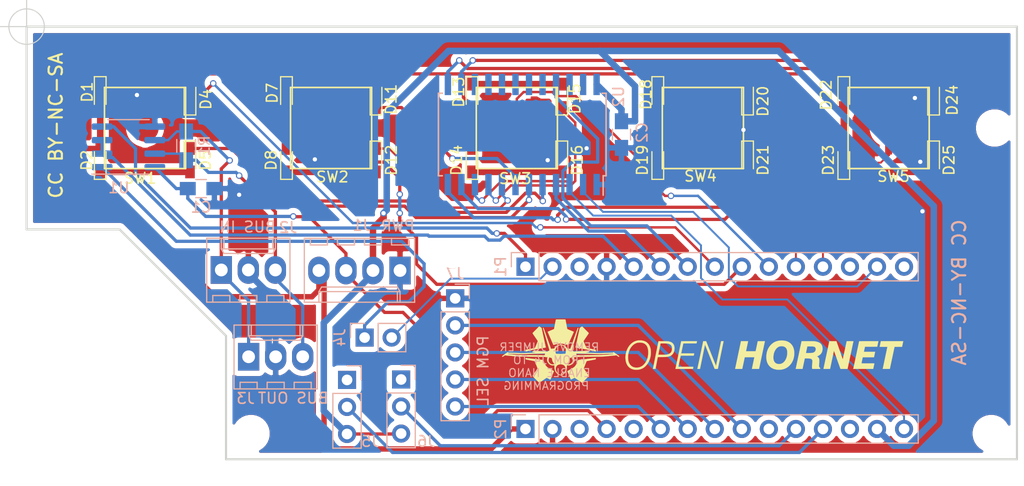
<source format=kicad_pcb>
(kicad_pcb (version 20171130) (host pcbnew "(5.1.4)-1")
  (title_block (title "ABSIS NANO GENERAL I/O") (date 2017-12-26) (rev -) (company "F/A-18C SIMPIT") (comment 1 "JOHN STEENSEN"))
  (layers (0 F.Cu signal) (31 B.Cu signal) (34 B.Paste user) (35 F.Paste user) (36 B.SilkS user) (37 F.SilkS user) (38 B.Mask user) (39 F.Mask user) (44 Edge.Cuts user))
  (net 0 "")
  (net 1 "/1(Tx)")
  (net 2 "/0(Rx)")
  (net 3 GND)
  (net 4 /2)
  (net 5 +5V)
  (net 6 +3V3)
  (net 7 +12V)
  (net 8 "Net-(J2-Pad1)")
  (net 9 "Net-(J2-Pad3)")
  (net 10 /RX_ENABLE)
  (net 11 "Net-(P1-Pad3)")
  (net 12 "/3(**)")
  (net 13 /4)
  (net 14 "/5(**)")
  (net 15 "/6(**)")
  (net 16 /7)
  (net 17 /8)
  (net 18 "/9(**)")
  (net 19 "/10(**/SS)")
  (net 20 "/11(**/MOSI)")
  (net 21 "/12(MISO)")
  (net 22 "Net-(P2-Pad3)")
  (net 23 /A7)
  (net 24 /A6)
  (net 25 /A5)
  (net 26 /A4)
  (net 27 /A3)
  (net 28 /A2)
  (net 29 /A1)
  (net 30 /A0)
  (net 31 /AREF)
  (net 32 "/13(SCK)")
  (net 33 "Net-(D24-Pad1)")
  (net 34 "Net-(D20-Pad1)")
  (net 35 "Net-(D15-Pad1)")
  (net 36 "Net-(D11-Pad1)")
  (net 37 "Net-(D4-Pad1)")
  (net 38 "Net-(D13-Pad1)")
  (net 39 "Net-(D1-Pad1)")
  (net 40 "Net-(D14-Pad1)")
  (net 41 "Net-(D2-Pad1)")
  (net 42 "Net-(D11-Pad2)")
  (net 43 "Net-(D12-Pad2)")
  (net 44 "Net-(D18-Pad1)")
  (net 45 "Net-(D19-Pad1)")
  (net 46 "Net-(D22-Pad1)")
  (net 47 "Net-(D23-Pad1)")
  (net 48 "Net-(J5-Pad1)")
  (net 49 "Net-(J6-Pad1)")
  (net 50 "Net-(R11-Pad1)")
  (net 51 "Net-(D12-Pad1)")
  (net 52 "Net-(D25-Pad1)")
  (net 53 "Net-(D5-Pad1)")
  (net 54 "Net-(D16-Pad1)")
  (net 55 "Net-(D21-Pad1)")
  (net 56 "Net-(U2-Pad22)")
  (net 57 "Net-(U2-Pad20)")
  (net 58 "Net-(U2-Pad19)")
  (net 59 "Net-(U2-Pad18)")
  (net 60 "Net-(U2-Pad17)")
  (net 61 "Net-(U2-Pad16)")
  (net 62 "Net-(U2-Pad15)")
  (module "KiCAD Libraries:OH_LOGO_37.7mm_5.9mm" (layer F.Cu) (at 164.36975 112.17275)
    (fp_text reference G*** hide)
    (fp_text value LOGO hide)
  )
  (module "KiCAD Libraries:SWITCH_SNAP_DOME_6.3mm_DIA_SINGLE_SIDE_PCB" (layer F.Cu) (at 181.84495 91.21775 270)
    (fp_text reference SW5 (at 4.5466 -0.4572) (layer F.SilkS))
    (fp_text value SW_Push)
    (pad 1 smd custom (at 1.25 0 270) (size 2.45 0.64) (layers F.Cu F.Paste F.Mask) (net 18 "/9(**)") (options (clearance outline) (anchor rect)) (primitives (gr_line (start 1.163 0.254) (end -0.107 0.254) (width 0.15)) (gr_line (start -0.107 0.254) (end -0.107 -0.254) (width 0.15)) (gr_line (start -0.107 -0.254) (end 1.163 -0.254) (width 0.15)) (gr_line (start 1.163 -0.254) (end 1.163 0.254) (width 0.15)) (gr_poly (pts (xy 0.02 -0.254) (xy 1.163 -0.254) (xy 1.163 0.254) (xy 0.02 0.254)) (width 0.15)) (gr_circle (center -1.25 0) (end -0.045172 0) (width 0.15)) (gr_poly (pts (xy -1.25 -1.143) (xy -0.488 -0.889) (xy -0.107 -0.254) (xy -0.234 0.508) (xy -0.742 1.016) (xy -1.377 1.143) (xy -2.012 0.889) (xy -2.266 0.381) (xy -2.393 -0.127) (xy -2.139 -0.762) (xy -1.631 -1.016)) (width 0.15))))
    (pad 2 smd custom (at 2.4 -1.6 270) (size 0.5 0.5) (layers F.Cu F.Paste F.Mask) (net 3 GND) (options (clearance outline) (anchor rect)) (primitives (gr_poly (pts (xy 0.4956 0.2284) (xy 0.4956 -0.2796) (xy -0.114 -1.2956) (xy -4.7368 -1.2956) (xy -5.2956 -0.3304) (xy -5.2956 3.4796) (xy -4.686 4.4956) (xy -0.114 4.4956) (xy 0.4956 3.4796) (xy 0.4956 2.9716) (xy -0.4696 2.9716) (xy -0.4696 3.5304) (xy -4.3304 3.5304) (xy -4.3304 -0.3304) (xy -0.4696 -0.3304) (xy -0.4696 0.2284)) (width 0.15))))
  )
  (module "KiCAD Libraries:SWITCH_SNAP_DOME_6.3mm_DIA_SINGLE_SIDE_PCB" (layer F.Cu) (at 164.39515 91.21775 90)
    (fp_text reference SW4 (at -4.5212 -0.2286) (layer F.SilkS))
    (fp_text value SW_Push)
    (pad 1 smd custom (at 1.25 0 90) (size 2.45 0.64) (layers F.Cu F.Paste F.Mask) (net 17 /8) (options (clearance outline) (anchor rect)) (primitives (gr_line (start 1.163 0.254) (end -0.107 0.254) (width 0.15)) (gr_line (start -0.107 0.254) (end -0.107 -0.254) (width 0.15)) (gr_line (start -0.107 -0.254) (end 1.163 -0.254) (width 0.15)) (gr_line (start 1.163 -0.254) (end 1.163 0.254) (width 0.15)) (gr_poly (pts (xy 0.02 -0.254) (xy 1.163 -0.254) (xy 1.163 0.254) (xy 0.02 0.254)) (width 0.15)) (gr_circle (center -1.25 0) (end -0.045172 0) (width 0.15)) (gr_poly (pts (xy -1.25 -1.143) (xy -0.488 -0.889) (xy -0.107 -0.254) (xy -0.234 0.508) (xy -0.742 1.016) (xy -1.377 1.143) (xy -2.012 0.889) (xy -2.266 0.381) (xy -2.393 -0.127) (xy -2.139 -0.762) (xy -1.631 -1.016)) (width 0.15))))
    (pad 2 smd custom (at 2.4 -1.6 90) (size 0.5 0.5) (layers F.Cu F.Paste F.Mask) (net 3 GND) (options (clearance outline) (anchor rect)) (primitives (gr_poly (pts (xy 0.4956 0.2284) (xy 0.4956 -0.2796) (xy -0.114 -1.2956) (xy -4.7368 -1.2956) (xy -5.2956 -0.3304) (xy -5.2956 3.4796) (xy -4.686 4.4956) (xy -0.114 4.4956) (xy 0.4956 3.4796) (xy 0.4956 2.9716) (xy -0.4696 2.9716) (xy -0.4696 3.5304) (xy -4.3304 3.5304) (xy -4.3304 -0.3304) (xy -0.4696 -0.3304) (xy -0.4696 0.2284)) (width 0.15))))
  )
  (module "KiCAD Libraries:SWITCH_SNAP_DOME_6.3mm_DIA_SINGLE_SIDE_PCB" (layer F.Cu) (at 111.99495 91.21775 90)
    (fp_text reference SW1 (at -4.7244 -0.4572) (layer F.SilkS))
    (fp_text value SW_Push)
    (pad 1 smd custom (at 1.25 0 90) (size 2.45 0.64) (layers F.Cu F.Paste F.Mask) (net 14 "/5(**)") (options (clearance outline) (anchor rect)) (primitives (gr_line (start 1.163 0.254) (end -0.107 0.254) (width 0.15)) (gr_line (start -0.107 0.254) (end -0.107 -0.254) (width 0.15)) (gr_line (start -0.107 -0.254) (end 1.163 -0.254) (width 0.15)) (gr_line (start 1.163 -0.254) (end 1.163 0.254) (width 0.15)) (gr_poly (pts (xy 0.02 -0.254) (xy 1.163 -0.254) (xy 1.163 0.254) (xy 0.02 0.254)) (width 0.15)) (gr_circle (center -1.25 0) (end -0.045172 0) (width 0.15)) (gr_poly (pts (xy -1.25 -1.143) (xy -0.488 -0.889) (xy -0.107 -0.254) (xy -0.234 0.508) (xy -0.742 1.016) (xy -1.377 1.143) (xy -2.012 0.889) (xy -2.266 0.381) (xy -2.393 -0.127) (xy -2.139 -0.762) (xy -1.631 -1.016)) (width 0.15))))
    (pad 2 smd custom (at 2.4 -1.6 90) (size 0.5 0.5) (layers F.Cu F.Paste F.Mask) (net 3 GND) (options (clearance outline) (anchor rect)) (primitives (gr_poly (pts (xy 0.4956 0.2284) (xy 0.4956 -0.2796) (xy -0.114 -1.2956) (xy -4.7368 -1.2956) (xy -5.2956 -0.3304) (xy -5.2956 3.4796) (xy -4.686 4.4956) (xy -0.114 4.4956) (xy 0.4956 3.4796) (xy 0.4956 2.9716) (xy -0.4696 2.9716) (xy -0.4696 3.5304) (xy -4.3304 3.5304) (xy -4.3304 -0.3304) (xy -0.4696 -0.3304) (xy -0.4696 0.2284)) (width 0.15))))
  )
  (module "KiCAD Libraries:SWITCH_SNAP_DOME_6.3mm_DIA_SINGLE_SIDE_PCB" (layer F.Cu) (at 146.91995 91.21775 90)
    (fp_text reference SW3 (at -4.7498 -0.1524) (layer F.SilkS))
    (fp_text value SW_Push)
    (pad 1 smd custom (at 1.25 0 90) (size 2.45 0.64) (layers F.Cu F.Paste F.Mask) (net 16 /7) (options (clearance outline) (anchor rect)) (primitives (gr_line (start 1.163 0.254) (end -0.107 0.254) (width 0.15)) (gr_line (start -0.107 0.254) (end -0.107 -0.254) (width 0.15)) (gr_line (start -0.107 -0.254) (end 1.163 -0.254) (width 0.15)) (gr_line (start 1.163 -0.254) (end 1.163 0.254) (width 0.15)) (gr_poly (pts (xy 0.02 -0.254) (xy 1.163 -0.254) (xy 1.163 0.254) (xy 0.02 0.254)) (width 0.15)) (gr_circle (center -1.25 0) (end -0.045172 0) (width 0.15)) (gr_poly (pts (xy -1.25 -1.143) (xy -0.488 -0.889) (xy -0.107 -0.254) (xy -0.234 0.508) (xy -0.742 1.016) (xy -1.377 1.143) (xy -2.012 0.889) (xy -2.266 0.381) (xy -2.393 -0.127) (xy -2.139 -0.762) (xy -1.631 -1.016)) (width 0.15))))
    (pad 2 smd custom (at 2.4 -1.6 90) (size 0.5 0.5) (layers F.Cu F.Paste F.Mask) (net 3 GND) (options (clearance outline) (anchor rect)) (primitives (gr_poly (pts (xy 0.4956 0.2284) (xy 0.4956 -0.2796) (xy -0.114 -1.2956) (xy -4.7368 -1.2956) (xy -5.2956 -0.3304) (xy -5.2956 3.4796) (xy -4.686 4.4956) (xy -0.114 4.4956) (xy 0.4956 3.4796) (xy 0.4956 2.9716) (xy -0.4696 2.9716) (xy -0.4696 3.5304) (xy -4.3304 3.5304) (xy -4.3304 -0.3304) (xy -0.4696 -0.3304) (xy -0.4696 0.2284)) (width 0.15))))
  )
  (module "KiCAD Libraries:SWITCH_SNAP_DOME_6.3mm_DIA_SINGLE_SIDE_PCB" (layer F.Cu) (at 129.47015 91.21775 270)
    (fp_text reference SW2 (at 4.5974 -0.127) (layer F.SilkS))
    (fp_text value SW_Push)
    (pad 1 smd custom (at 1.25 0 270) (size 2.45 0.64) (layers F.Cu F.Paste F.Mask) (net 15 "/6(**)") (options (clearance outline) (anchor rect)) (primitives (gr_line (start 1.163 0.254) (end -0.107 0.254) (width 0.15)) (gr_line (start -0.107 0.254) (end -0.107 -0.254) (width 0.15)) (gr_line (start -0.107 -0.254) (end 1.163 -0.254) (width 0.15)) (gr_line (start 1.163 -0.254) (end 1.163 0.254) (width 0.15)) (gr_poly (pts (xy 0.02 -0.254) (xy 1.163 -0.254) (xy 1.163 0.254) (xy 0.02 0.254)) (width 0.15)) (gr_circle (center -1.25 0) (end -0.045172 0) (width 0.15)) (gr_poly (pts (xy -1.25 -1.143) (xy -0.488 -0.889) (xy -0.107 -0.254) (xy -0.234 0.508) (xy -0.742 1.016) (xy -1.377 1.143) (xy -2.012 0.889) (xy -2.266 0.381) (xy -2.393 -0.127) (xy -2.139 -0.762) (xy -1.631 -1.016)) (width 0.15))))
    (pad 2 smd custom (at 2.4 -1.6 270) (size 0.5 0.5) (layers F.Cu F.Paste F.Mask) (net 3 GND) (options (clearance outline) (anchor rect)) (primitives (gr_poly (pts (xy 0.4956 0.2284) (xy 0.4956 -0.2796) (xy -0.114 -1.2956) (xy -4.7368 -1.2956) (xy -5.2956 -0.3304) (xy -5.2956 3.4796) (xy -4.686 4.4956) (xy -0.114 4.4956) (xy 0.4956 3.4796) (xy 0.4956 2.9716) (xy -0.4696 2.9716) (xy -0.4696 3.5304) (xy -4.3304 3.5304) (xy -4.3304 -0.3304) (xy -0.4696 -0.3304) (xy -0.4696 0.2284)) (width 0.15))))
  )
  (module MountingHole:MountingHole_2.5mm (layer F.Cu) (at 191.80175 91.21775 270)
    (fp_text reference P3 (at 0 0.127 270) (layer F.SilkS))
    (fp_text value CONN_01X01)
    (pad 1 np_thru_hole circle (at 0 0 270) (size 2.5 2.5) (drill 2.5) (layers *.Cu *.Mask))
  )
  (module MountingHole:MountingHole_2.5mm (layer F.Cu) (at 191.48425 119.91975 270)
    (fp_text reference P5 (at 0 -0.1905 270) (layer F.SilkS))
    (fp_text value CONN_01X01)
    (pad 1 np_thru_hole circle (at 0 0 270) (size 2.5 2.5) (drill 2.5) (layers *.Cu *.Mask))
  )
  (module MountingHole:MountingHole_2.5mm (layer F.Cu) (at 121.95175 119.91975 270)
    (fp_text reference P4 hide)
    (fp_text value CONN_01X01)
    (pad 1 np_thru_hole circle (at 0 0 270) (size 2.5 2.5) (drill 2.5) (layers *.Cu *.Mask))
  )
  (module MountingHole:MountingHole_2.5mm (layer F.Cu) (at 140.87475 103.15575 270)
    (fp_text reference P6)
    (fp_text value CONN_01X01)
    (pad 1 np_thru_hole circle (at 0 0 270) (size 2.5 2.5) (drill 2.5) (layers *.Cu *.Mask))
  )
  (module Package_SO:SOIC-8_3.9x4.9mm_P1.27mm (layer B.Cu) (at 110.4392 92.9894)
    (fp_text reference U1 (at -0.90805 3.84175) (layer B.SilkS) (effects (justify mirror)))
    (fp_text value MAX487EESA)
    (pad 8 smd roundrect (at 2.475 1.905) (size 1.95 0.6) (layers B.Cu B.Paste B.Mask) (net 5 +5V))
    (pad 7 smd roundrect (at 2.475 0.635) (size 1.95 0.6) (layers B.Cu B.Paste B.Mask) (net 9 "Net-(J2-Pad3)"))
    (pad 6 smd roundrect (at 2.475 -0.635) (size 1.95 0.6) (layers B.Cu B.Paste B.Mask) (net 8 "Net-(J2-Pad1)"))
    (pad 5 smd roundrect (at 2.475 -1.905) (size 1.95 0.6) (layers B.Cu B.Paste B.Mask) (net 3 GND))
    (pad 4 smd roundrect (at -2.475 -1.905) (size 1.95 0.6) (layers B.Cu B.Paste B.Mask) (net 1 "/1(Tx)"))
    (pad 3 smd roundrect (at -2.475 -0.635) (size 1.95 0.6) (layers B.Cu B.Paste B.Mask) (net 4 /2))
    (pad 2 smd roundrect (at -2.475 0.635) (size 1.95 0.6) (layers B.Cu B.Paste B.Mask) (net 4 /2))
    (pad 1 smd roundrect (at -2.475 1.905) (size 1.95 0.6) (layers B.Cu B.Paste B.Mask) (net 10 /RX_ENABLE))
  )
  (module Pin_Headers:Pin_Header_Straight_1x03_Pitch2.54mm (layer B.Cu) (at 130.96875 114.880401 180)
    (fp_text reference J5 (at -2.1844 -5.775949) (layer B.SilkS) (effects (justify mirror)))
    (fp_text value RPOT1)
    (pad 1 thru_hole rect (at 0 0 180) (size 1.7 1.7) (drill 1) (layers *.Cu *.Mask) (net 48 "Net-(J5-Pad1)"))
    (pad 2 thru_hole oval (at 0 -2.54 180) (size 1.7 1.7) (drill 1) (layers *.Cu *.Mask) (net 30 /A0))
    (pad 3 thru_hole oval (at 0 -5.08 180) (size 1.7 1.7) (drill 1) (layers *.Cu *.Mask) (net 6 +3V3))
  )
  (module Pin_Headers:Pin_Header_Straight_1x03_Pitch2.54mm (layer B.Cu) (at 136.04875 114.83975 180)
    (fp_text reference J6 (at -2.3622 -5.8166) (layer B.SilkS) (effects (justify mirror)))
    (fp_text value RPOT2)
    (pad 3 thru_hole oval (at 0 -5.08 180) (size 1.7 1.7) (drill 1) (layers *.Cu *.Mask) (net 6 +3V3))
    (pad 2 thru_hole oval (at 0 -2.54 180) (size 1.7 1.7) (drill 1) (layers *.Cu *.Mask) (net 29 /A1))
    (pad 1 thru_hole rect (at 0 0 180) (size 1.7 1.7) (drill 1) (layers *.Cu *.Mask) (net 49 "Net-(J6-Pad1)"))
  )
  (module Pin_Headers:Pin_Header_Straight_1x05_Pitch2.54mm (layer B.Cu) (at 141.12875 107.21975 180)
    (fp_text reference J7 (at 0 2.33) (layer B.SilkS) (effects (justify mirror)))
    (fp_text value 5POS)
    (pad 5 thru_hole oval (at 0 -10.16 180) (size 1.7 1.7) (drill 1) (layers *.Cu *.Mask) (net 24 /A6))
    (pad 4 thru_hole oval (at 0 -7.62 180) (size 1.7 1.7) (drill 1) (layers *.Cu *.Mask) (net 25 /A5))
    (pad 3 thru_hole oval (at 0 -5.08 180) (size 1.7 1.7) (drill 1) (layers *.Cu *.Mask) (net 26 /A4))
    (pad 2 thru_hole oval (at 0 -2.54 180) (size 1.7 1.7) (drill 1) (layers *.Cu *.Mask) (net 27 /A3))
    (pad 1 thru_hole rect (at 0 0 180) (size 1.7 1.7) (drill 1) (layers *.Cu *.Mask) (net 3 GND))
  )
  (module Capacitors_SMD:C_0805_HandSoldering (layer B.Cu) (at 117.25815 96.90735)
    (fp_text reference C1 (at 0 1.75) (layer B.SilkS) (effects (justify mirror)))
    (fp_text value 0.1uF)
    (pad 1 smd rect (at -1.25 0) (size 1.5 1.25) (layers B.Cu B.Paste B.Mask) (net 5 +5V))
    (pad 2 smd rect (at 1.25 0) (size 1.5 1.25) (layers B.Cu B.Paste B.Mask) (net 3 GND))
  )
  (module Capacitors_SMD:C_0805_HandSoldering (layer B.Cu) (at 156.74975 91.83275 270)
    (fp_text reference C2 (at -0.1832 -1.9304 90) (layer B.SilkS) (effects (justify mirror)))
    (fp_text value 100nF)
    (pad 2 smd rect (at 1.25 0 270) (size 1.5 1.25) (layers B.Cu B.Paste B.Mask) (net 3 GND))
    (pad 1 smd rect (at -1.25 0 270) (size 1.5 1.25) (layers B.Cu B.Paste B.Mask) (net 6 +3V3))
  )
  (module Resistors_SMD:R_0805_HandSoldering (layer B.Cu) (at 115.85575 92.89415 90)
    (fp_text reference R1 (at 0 1.7 90) (layer B.SilkS) (effects (justify mirror)))
    (fp_text value 120)
    (pad 2 smd rect (at 1.35 0 90) (size 1.5 1.3) (layers B.Cu B.Paste B.Mask) (net 8 "Net-(J2-Pad1)"))
    (pad 1 smd rect (at -1.35 0 90) (size 1.5 1.3) (layers B.Cu B.Paste B.Mask) (net 9 "Net-(J2-Pad3)"))
  )
  (module Housings_SOIC:SOIC-24W_7.5x15.4mm_Pitch1.27mm (layer B.Cu) (at 147.42795 91.82735 90)
    (fp_text reference U2 (at 3.556 9.0424 90) (layer B.SilkS) (effects (justify mirror)))
    (fp_text value STP16CPC26)
    (pad 24 smd rect (at 4.7 6.985 90) (size 2 0.6) (layers B.Cu B.Paste B.Mask) (net 6 +3V3))
    (pad 23 smd rect (at 4.7 5.715 90) (size 2 0.6) (layers B.Cu B.Paste B.Mask) (net 50 "Net-(R11-Pad1)"))
    (pad 22 smd rect (at 4.7 4.445 90) (size 2 0.6) (layers B.Cu B.Paste B.Mask) (net 56 "Net-(U2-Pad22)"))
    (pad 21 smd rect (at 4.7 3.175 90) (size 2 0.6) (layers B.Cu B.Paste B.Mask) (net 13 /4))
    (pad 20 smd rect (at 4.7 1.905 90) (size 2 0.6) (layers B.Cu B.Paste B.Mask) (net 57 "Net-(U2-Pad20)"))
    (pad 19 smd rect (at 4.7 0.635 90) (size 2 0.6) (layers B.Cu B.Paste B.Mask) (net 58 "Net-(U2-Pad19)"))
    (pad 18 smd rect (at 4.7 -0.635 90) (size 2 0.6) (layers B.Cu B.Paste B.Mask) (net 59 "Net-(U2-Pad18)"))
    (pad 17 smd rect (at 4.7 -1.905 90) (size 2 0.6) (layers B.Cu B.Paste B.Mask) (net 60 "Net-(U2-Pad17)"))
    (pad 16 smd rect (at 4.7 -3.175 90) (size 2 0.6) (layers B.Cu B.Paste B.Mask) (net 61 "Net-(U2-Pad16)"))
    (pad 15 smd rect (at 4.7 -4.445 90) (size 2 0.6) (layers B.Cu B.Paste B.Mask) (net 62 "Net-(U2-Pad15)"))
    (pad 14 smd rect (at 4.7 -5.715 90) (size 2 0.6) (layers B.Cu B.Paste B.Mask) (net 52 "Net-(D25-Pad1)"))
    (pad 13 smd rect (at 4.7 -6.985 90) (size 2 0.6) (layers B.Cu B.Paste B.Mask) (net 33 "Net-(D24-Pad1)"))
    (pad 12 smd rect (at -4.7 -6.985 90) (size 2 0.6) (layers B.Cu B.Paste B.Mask) (net 55 "Net-(D21-Pad1)"))
    (pad 11 smd rect (at -4.7 -5.715 90) (size 2 0.6) (layers B.Cu B.Paste B.Mask) (net 34 "Net-(D20-Pad1)"))
    (pad 10 smd rect (at -4.7 -4.445 90) (size 2 0.6) (layers B.Cu B.Paste B.Mask) (net 54 "Net-(D16-Pad1)"))
    (pad 9 smd rect (at -4.7 -3.175 90) (size 2 0.6) (layers B.Cu B.Paste B.Mask) (net 35 "Net-(D15-Pad1)"))
    (pad 8 smd rect (at -4.7 -1.905 90) (size 2 0.6) (layers B.Cu B.Paste B.Mask) (net 51 "Net-(D12-Pad1)"))
    (pad 7 smd rect (at -4.7 -0.635 90) (size 2 0.6) (layers B.Cu B.Paste B.Mask) (net 36 "Net-(D11-Pad1)"))
    (pad 6 smd rect (at -4.7 0.635 90) (size 2 0.6) (layers B.Cu B.Paste B.Mask) (net 53 "Net-(D5-Pad1)"))
    (pad 5 smd rect (at -4.7 1.905 90) (size 2 0.6) (layers B.Cu B.Paste B.Mask) (net 37 "Net-(D4-Pad1)"))
    (pad 4 smd rect (at -4.7 3.175 90) (size 2 0.6) (layers B.Cu B.Paste B.Mask) (net 12 "/3(**)"))
    (pad 3 smd rect (at -4.7 4.445 90) (size 2 0.6) (layers B.Cu B.Paste B.Mask) (net 32 "/13(SCK)"))
    (pad 2 smd rect (at -4.7 5.715 90) (size 2 0.6) (layers B.Cu B.Paste B.Mask) (net 20 "/11(**/MOSI)"))
    (pad 1 smd rect (at -4.7 6.985 90) (size 2 0.6) (layers B.Cu B.Paste B.Mask) (net 3 GND))
  )
  (module LEDs:LED_0603_HandSoldering (layer F.Cu) (at 142.70855 94.24035 90)
    (fp_text reference D14 (at 0 -1.45 90) (layer F.SilkS))
    (fp_text value WHT)
    (pad 1 smd rect (at -1.1 0 90) (size 1.2 0.9) (layers F.Cu F.Paste F.Mask) (net 40 "Net-(D14-Pad1)"))
    (pad 2 smd rect (at 1.1 0 90) (size 1.2 0.9) (layers F.Cu F.Paste F.Mask) (net 7 +12V))
  )
  (module LEDs:LED_0603_HandSoldering (layer F.Cu) (at 186.06635 94.24035 270)
    (fp_text reference D25 (at 0 -1.45 270) (layer F.SilkS))
    (fp_text value WHT)
    (pad 2 smd rect (at 1.1 0 270) (size 1.2 0.9) (layers F.Cu F.Paste F.Mask) (net 47 "Net-(D23-Pad1)"))
    (pad 1 smd rect (at -1.1 0 270) (size 1.2 0.9) (layers F.Cu F.Paste F.Mask) (net 52 "Net-(D25-Pad1)"))
  )
  (module LEDs:LED_0603_HandSoldering (layer F.Cu) (at 186.06635 88.19515 90)
    (fp_text reference D24 (at -0.4064 1.7476 90) (layer F.SilkS))
    (fp_text value WHT)
    (pad 1 smd rect (at -1.1 0 90) (size 1.2 0.9) (layers F.Cu F.Paste F.Mask) (net 33 "Net-(D24-Pad1)"))
    (pad 2 smd rect (at 1.1 0 90) (size 1.2 0.9) (layers F.Cu F.Paste F.Mask) (net 46 "Net-(D22-Pad1)"))
  )
  (module LEDs:LED_0603_HandSoldering (layer F.Cu) (at 177.63355 94.24035 90)
    (fp_text reference D23 (at 0 -1.45 90) (layer F.SilkS))
    (fp_text value WHT)
    (pad 2 smd rect (at 1.1 0 90) (size 1.2 0.9) (layers F.Cu F.Paste F.Mask) (net 7 +12V))
    (pad 1 smd rect (at -1.1 0 90) (size 1.2 0.9) (layers F.Cu F.Paste F.Mask) (net 47 "Net-(D23-Pad1)"))
  )
  (module LEDs:LED_0603_HandSoldering (layer F.Cu) (at 177.63355 88.19515 270)
    (fp_text reference D22 (at -0.0762 1.656 270) (layer F.SilkS))
    (fp_text value WHT)
    (pad 1 smd rect (at -1.1 0 270) (size 1.2 0.9) (layers F.Cu F.Paste F.Mask) (net 46 "Net-(D22-Pad1)"))
    (pad 2 smd rect (at 1.1 0 270) (size 1.2 0.9) (layers F.Cu F.Paste F.Mask) (net 7 +12V))
  )
  (module LEDs:LED_0603_HandSoldering (layer F.Cu) (at 168.59115 94.24035 270)
    (fp_text reference D21 (at 0 -1.45 270) (layer F.SilkS))
    (fp_text value WHT)
    (pad 2 smd rect (at 1.1 0 270) (size 1.2 0.9) (layers F.Cu F.Paste F.Mask) (net 45 "Net-(D19-Pad1)"))
    (pad 1 smd rect (at -1.1 0 270) (size 1.2 0.9) (layers F.Cu F.Paste F.Mask) (net 55 "Net-(D21-Pad1)"))
  )
  (module LEDs:LED_0603_HandSoldering (layer F.Cu) (at 168.58615 88.19015 90)
    (fp_text reference D20 (at -0.513 1.4478 90) (layer F.SilkS))
    (fp_text value WHT)
    (pad 1 smd rect (at -1.1 0 90) (size 1.2 0.9) (layers F.Cu F.Paste F.Mask) (net 34 "Net-(D20-Pad1)"))
    (pad 2 smd rect (at 1.1 0 90) (size 1.2 0.9) (layers F.Cu F.Paste F.Mask) (net 44 "Net-(D18-Pad1)"))
  )
  (module LEDs:LED_0603_HandSoldering (layer F.Cu) (at 160.15835 94.24035 90)
    (fp_text reference D19 (at 0 -1.45 90) (layer F.SilkS))
    (fp_text value WHT)
    (pad 2 smd rect (at 1.1 0 90) (size 1.2 0.9) (layers F.Cu F.Paste F.Mask) (net 7 +12V))
    (pad 1 smd rect (at -1.1 0 90) (size 1.2 0.9) (layers F.Cu F.Paste F.Mask) (net 45 "Net-(D19-Pad1)"))
  )
  (module LEDs:LED_0603_HandSoldering (layer F.Cu) (at 160.15835 88.19515 270)
    (fp_text reference D18 (at -0.127 1.1226 270) (layer F.SilkS))
    (fp_text value WHT)
    (pad 1 smd rect (at -1.1 0 270) (size 1.2 0.9) (layers F.Cu F.Paste F.Mask) (net 44 "Net-(D18-Pad1)"))
    (pad 2 smd rect (at 1.1 0 270) (size 1.2 0.9) (layers F.Cu F.Paste F.Mask) (net 7 +12V))
  )
  (module LEDs:LED_0603_HandSoldering (layer F.Cu) (at 151.14135 88.19515 90)
    (fp_text reference D15 (at -0.2794 1.2396 90) (layer F.SilkS))
    (fp_text value WHT)
    (pad 2 smd rect (at 1.1 0 90) (size 1.2 0.9) (layers F.Cu F.Paste F.Mask) (net 38 "Net-(D13-Pad1)"))
    (pad 1 smd rect (at -1.1 0 90) (size 1.2 0.9) (layers F.Cu F.Paste F.Mask) (net 35 "Net-(D15-Pad1)"))
  )
  (module LEDs:LED_0603_HandSoldering (layer F.Cu) (at 133.68655 94.24535 270)
    (fp_text reference D12 (at 0 -1.45 270) (layer F.SilkS))
    (fp_text value WHT)
    (pad 1 smd rect (at -1.1 0 270) (size 1.2 0.9) (layers F.Cu F.Paste F.Mask) (net 51 "Net-(D12-Pad1)"))
    (pad 2 smd rect (at 1.1 0 270) (size 1.2 0.9) (layers F.Cu F.Paste F.Mask) (net 43 "Net-(D12-Pad2)"))
  )
  (module LEDs:LED_0603_HandSoldering (layer F.Cu) (at 133.69155 88.19515 90)
    (fp_text reference D11 (at -0.3302 1.4174 270) (layer F.SilkS))
    (fp_text value WHT)
    (pad 2 smd rect (at 1.1 0 90) (size 1.2 0.9) (layers F.Cu F.Paste F.Mask) (net 42 "Net-(D11-Pad2)"))
    (pad 1 smd rect (at -1.1 0 90) (size 1.2 0.9) (layers F.Cu F.Paste F.Mask) (net 36 "Net-(D11-Pad1)"))
  )
  (module LEDs:LED_0603_HandSoldering (layer F.Cu) (at 125.28415 94.24035 90)
    (fp_text reference D8 (at 0 -1.45 90) (layer F.SilkS))
    (fp_text value WHT)
    (pad 1 smd rect (at -1.1 0 90) (size 1.2 0.9) (layers F.Cu F.Paste F.Mask) (net 43 "Net-(D12-Pad2)"))
    (pad 2 smd rect (at 1.1 0 90) (size 1.2 0.9) (layers F.Cu F.Paste F.Mask) (net 7 +12V))
  )
  (module LEDs:LED_0603_HandSoldering (layer F.Cu) (at 125.27915 88.20015 270)
    (fp_text reference D7 (at -0.259 1.3462 270) (layer F.SilkS))
    (fp_text value WHT)
    (pad 2 smd rect (at 1.1 0 270) (size 1.2 0.9) (layers F.Cu F.Paste F.Mask) (net 7 +12V))
    (pad 1 smd rect (at -1.1 0 270) (size 1.2 0.9) (layers F.Cu F.Paste F.Mask) (net 42 "Net-(D11-Pad2)"))
  )
  (module LEDs:LED_0603_HandSoldering (layer F.Cu) (at 116.21635 94.24035 270)
    (fp_text reference D5 (at 0 -1.45 270) (layer F.SilkS))
    (fp_text value WHT)
    (pad 1 smd rect (at -1.1 0 270) (size 1.2 0.9) (layers F.Cu F.Paste F.Mask) (net 53 "Net-(D5-Pad1)"))
    (pad 2 smd rect (at 1.1 0 270) (size 1.2 0.9) (layers F.Cu F.Paste F.Mask) (net 41 "Net-(D2-Pad1)"))
  )
  (module LEDs:LED_0603_HandSoldering (layer F.Cu) (at 116.21635 88.19515 90)
    (fp_text reference D4 (at -0.3302 1.4936 90) (layer F.SilkS))
    (fp_text value WHT)
    (pad 2 smd rect (at 1.1 0 90) (size 1.2 0.9) (layers F.Cu F.Paste F.Mask) (net 39 "Net-(D1-Pad1)"))
    (pad 1 smd rect (at -1.1 0 90) (size 1.2 0.9) (layers F.Cu F.Paste F.Mask) (net 37 "Net-(D4-Pad1)"))
  )
  (module LEDs:LED_0603_HandSoldering (layer F.Cu) (at 107.78355 94.24035 90)
    (fp_text reference D2 (at -0.010094 -1.263774 90) (layer F.SilkS))
    (fp_text value WHT)
    (pad 1 smd rect (at -1.1 0 90) (size 1.2 0.9) (layers F.Cu F.Paste F.Mask) (net 41 "Net-(D2-Pad1)"))
    (pad 2 smd rect (at 1.1 0 90) (size 1.2 0.9) (layers F.Cu F.Paste F.Mask) (net 7 +12V))
  )
  (module LEDs:LED_0603_HandSoldering (layer F.Cu) (at 151.14135 94.24035 270)
    (fp_text reference D16 (at 0 -1.45 270) (layer F.SilkS))
    (fp_text value WHT)
    (pad 2 smd rect (at 1.1 0 270) (size 1.2 0.9) (layers F.Cu F.Paste F.Mask) (net 40 "Net-(D14-Pad1)"))
    (pad 1 smd rect (at -1.1 0 270) (size 1.2 0.9) (layers F.Cu F.Paste F.Mask) (net 54 "Net-(D16-Pad1)"))
  )
  (module LEDs:LED_0603_HandSoldering (layer F.Cu) (at 107.78355 88.19515 270)
    (fp_text reference D1 (at -0.3556 1.2242 270) (layer F.SilkS))
    (fp_text value WHT)
    (pad 1 smd rect (at -1.1 0 270) (size 1.2 0.9) (layers F.Cu F.Paste F.Mask) (net 39 "Net-(D1-Pad1)"))
    (pad 2 smd rect (at 1.1 0 270) (size 1.2 0.9) (layers F.Cu F.Paste F.Mask) (net 7 +12V))
  )
  (module LEDs:LED_0603_HandSoldering (layer F.Cu) (at 142.70855 88.19515 270)
    (fp_text reference D13 (at -0.3556 1.2496 270) (layer F.SilkS))
    (fp_text value WHT)
    (pad 2 smd rect (at 1.1 0 270) (size 1.2 0.9) (layers F.Cu F.Paste F.Mask) (net 7 +12V))
    (pad 1 smd rect (at -1.1 0 270) (size 1.2 0.9) (layers F.Cu F.Paste F.Mask) (net 38 "Net-(D13-Pad1)"))
  )
  (module Socket_Strips:Socket_Strip_Straight_1x15_Pitch2.54mm (layer B.Cu) (at 147.73275 104.24795 270)
    (fp_text reference P1 (at 0 2.33 270) (layer B.SilkS) (effects (justify mirror)))
    (fp_text value Digital)
    (pad 1 thru_hole rect (at 0 0 270) (size 1.7 1.7) (drill 1) (layers *.Cu *.Mask) (net 1 "/1(Tx)"))
    (pad 2 thru_hole oval (at 0 -2.54 270) (size 1.7 1.7) (drill 1) (layers *.Cu *.Mask) (net 2 "/0(Rx)"))
    (pad 3 thru_hole oval (at 0 -5.08 270) (size 1.7 1.7) (drill 1) (layers *.Cu *.Mask) (net 11 "Net-(P1-Pad3)"))
    (pad 4 thru_hole oval (at 0 -7.62 270) (size 1.7 1.7) (drill 1) (layers *.Cu *.Mask) (net 3 GND))
    (pad 5 thru_hole oval (at 0 -10.16 270) (size 1.7 1.7) (drill 1) (layers *.Cu *.Mask) (net 4 /2))
    (pad 6 thru_hole oval (at 0 -12.7 270) (size 1.7 1.7) (drill 1) (layers *.Cu *.Mask) (net 12 "/3(**)"))
    (pad 7 thru_hole oval (at 0 -15.24 270) (size 1.7 1.7) (drill 1) (layers *.Cu *.Mask) (net 13 /4))
    (pad 8 thru_hole oval (at 0 -17.78 270) (size 1.7 1.7) (drill 1) (layers *.Cu *.Mask) (net 14 "/5(**)"))
    (pad 9 thru_hole oval (at 0 -20.32 270) (size 1.7 1.7) (drill 1) (layers *.Cu *.Mask) (net 15 "/6(**)"))
    (pad 10 thru_hole oval (at 0 -22.86 270) (size 1.7 1.7) (drill 1) (layers *.Cu *.Mask) (net 16 /7))
    (pad 11 thru_hole oval (at 0 -25.4 270) (size 1.7 1.7) (drill 1) (layers *.Cu *.Mask) (net 17 /8))
    (pad 12 thru_hole oval (at 0 -27.94 270) (size 1.7 1.7) (drill 1) (layers *.Cu *.Mask) (net 18 "/9(**)"))
    (pad 13 thru_hole oval (at 0 -30.48 270) (size 1.7 1.7) (drill 1) (layers *.Cu *.Mask) (net 19 "/10(**/SS)"))
    (pad 14 thru_hole oval (at 0 -33.02 270) (size 1.7 1.7) (drill 1) (layers *.Cu *.Mask) (net 20 "/11(**/MOSI)"))
    (pad 15 thru_hole oval (at 0 -35.56 270) (size 1.7 1.7) (drill 1) (layers *.Cu *.Mask) (net 21 "/12(MISO)"))
  )
  (module Socket_Strips:Socket_Strip_Straight_1x15_Pitch2.54mm (layer B.Cu) (at 147.73275 119.48795 270)
    (fp_text reference P2 (at 0 2.33 270) (layer B.SilkS) (effects (justify mirror)))
    (fp_text value Analog)
    (pad 15 thru_hole oval (at 0 -35.56 270) (size 1.7 1.7) (drill 1) (layers *.Cu *.Mask) (net 32 "/13(SCK)"))
    (pad 14 thru_hole oval (at 0 -33.02 270) (size 1.7 1.7) (drill 1) (layers *.Cu *.Mask) (net 6 +3V3))
    (pad 13 thru_hole oval (at 0 -30.48 270) (size 1.7 1.7) (drill 1) (layers *.Cu *.Mask) (net 31 /AREF))
    (pad 12 thru_hole oval (at 0 -27.94 270) (size 1.7 1.7) (drill 1) (layers *.Cu *.Mask) (net 30 /A0))
    (pad 11 thru_hole oval (at 0 -25.4 270) (size 1.7 1.7) (drill 1) (layers *.Cu *.Mask) (net 29 /A1))
    (pad 10 thru_hole oval (at 0 -22.86 270) (size 1.7 1.7) (drill 1) (layers *.Cu *.Mask) (net 28 /A2))
    (pad 9 thru_hole oval (at 0 -20.32 270) (size 1.7 1.7) (drill 1) (layers *.Cu *.Mask) (net 27 /A3))
    (pad 8 thru_hole oval (at 0 -17.78 270) (size 1.7 1.7) (drill 1) (layers *.Cu *.Mask) (net 26 /A4))
    (pad 7 thru_hole oval (at 0 -15.24 270) (size 1.7 1.7) (drill 1) (layers *.Cu *.Mask) (net 25 /A5))
    (pad 6 thru_hole oval (at 0 -12.7 270) (size 1.7 1.7) (drill 1) (layers *.Cu *.Mask) (net 24 /A6))
    (pad 5 thru_hole oval (at 0 -10.16 270) (size 1.7 1.7) (drill 1) (layers *.Cu *.Mask) (net 23 /A7))
    (pad 4 thru_hole oval (at 0 -7.62 270) (size 1.7 1.7) (drill 1) (layers *.Cu *.Mask) (net 5 +5V))
    (pad 3 thru_hole oval (at 0 -5.08 270) (size 1.7 1.7) (drill 1) (layers *.Cu *.Mask) (net 22 "Net-(P2-Pad3)"))
    (pad 2 thru_hole oval (at 0 -2.54 270) (size 1.7 1.7) (drill 1) (layers *.Cu *.Mask) (net 3 GND))
    (pad 1 thru_hole rect (at 0 0 270) (size 1.7 1.7) (drill 1) (layers *.Cu *.Mask) (net 7 +12V))
  )
  (module Pin_Headers:Pin_Header_Straight_1x02_Pitch2.54mm (layer B.Cu) (at 132.61975 110.90275 270)
    (fp_text reference J4 (at 0 2.33 270) (layer B.SilkS) (effects (justify mirror)))
    (fp_text value "PGM SEL" (at 3.0988 -11.1252 270) (layer B.SilkS) (effects (justify mirror)))
    (pad 1 thru_hole rect (at 0 0 270) (size 1.7 1.7) (drill 1) (layers *.Cu *.Mask) (net 10 /RX_ENABLE))
    (pad 2 thru_hole oval (at 0 -2.54 270) (size 1.7 1.7) (drill 1) (layers *.Cu *.Mask) (net 2 "/0(Rx)"))
  )
  (module Connectors_Molex:Molex_KK-6410-04_04x2.54mm_Straight (layer B.Cu) (at 135.94715 104.60355 180)
    (fp_text reference J1 (at 3.6068 4.2418 180) (layer B.SilkS) (effects (justify mirror)))
    (fp_text value PWR (at 0.2032 4.191 180) (layer B.SilkS) (effects (justify mirror)))
    (pad 1 thru_hole rect (at 0 0 180) (size 2 2.6) (drill 1.2) (layers *.Cu *.Mask) (net 3 GND))
    (pad 2 thru_hole oval (at 2.54 0 180) (size 2 2.6) (drill 1.2) (layers *.Cu *.Mask) (net 6 +3V3))
    (pad 3 thru_hole oval (at 5.08 0 180) (size 2 2.6) (drill 1.2) (layers *.Cu *.Mask) (net 5 +5V))
    (pad 4 thru_hole oval (at 7.62 0 180) (size 2 2.6) (drill 1.2) (layers *.Cu *.Mask) (net 7 +12V))
  )
  (module Connectors_Molex:Molex_KK-6410-03_03x2.54mm_Straight (layer B.Cu) (at 119.15775 104.55275)
    (fp_text reference J2 (at 6.2738 -3.9878 -180) (layer B.SilkS) (effects (justify mirror)))
    (fp_text value "BUS IN" (at 2.4638 -4.0386) (layer B.SilkS) (effects (justify mirror)))
    (pad 1 thru_hole rect (at 0 0) (size 2 2.6) (drill 1.2) (layers *.Cu *.Mask) (net 8 "Net-(J2-Pad1)"))
    (pad 2 thru_hole oval (at 2.54 0) (size 2 2.6) (drill 1.2) (layers *.Cu *.Mask) (net 3 GND))
    (pad 3 thru_hole oval (at 5.08 0) (size 2 2.6) (drill 1.2) (layers *.Cu *.Mask) (net 9 "Net-(J2-Pad3)"))
  )
  (module Connectors_Molex:Molex_KK-6410-03_03x2.54mm_Straight (layer B.Cu) (at 121.72315 112.70615)
    (fp_text reference J3 (at -0.2794 3.9116) (layer B.SilkS) (effects (justify mirror)))
    (fp_text value "BUS OUT" (at 4.191 3.8862) (layer B.SilkS) (effects (justify mirror)))
    (pad 1 thru_hole rect (at 0 0) (size 2 2.6) (drill 1.2) (layers *.Cu *.Mask) (net 8 "Net-(J2-Pad1)"))
    (pad 2 thru_hole oval (at 2.54 0) (size 2 2.6) (drill 1.2) (layers *.Cu *.Mask) (net 3 GND))
    (pad 3 thru_hole oval (at 5.08 0) (size 2 2.6) (drill 1.2) (layers *.Cu *.Mask) (net 9 "Net-(J2-Pad3)"))
  )
  (target plus (at 100.86975 81.69275) (size 5) (width 0.1) (layer Edge.Cuts))
  (gr_line (start 100.86975 81.69275) (end 193.89725 81.69275) (layer Edge.Cuts) (width 0.2))
  (gr_line (start 100.86975 100.74275) (end 100.86975 81.69275) (layer Edge.Cuts) (width 0.2))
  (gr_line (start 109.60225 100.74275) (end 100.86975 100.74275) (layer Edge.Cuts) (width 0.2))
  (gr_line (start 193.89725 122.33275) (end 119.60225 122.33275) (layer Edge.Cuts) (width 0.2))
  (gr_line (start 119.60225 122.33275) (end 119.60225 110.74275) (layer Edge.Cuts) (width 0.2))
  (gr_line (start 193.89725 81.69275) (end 193.89725 122.33275) (layer Edge.Cuts) (width 0.2))
  (gr_line (start 109.60225 100.74275) (end 119.60225 110.74275) (layer Edge.Cuts) (width 0.2))
  (gr_text "CC BY-NC-SA" (at 188.47435 106.66095 90) (layer B.SilkS) (effects (font (size 1.25 1.25) (thickness 0.2)) (justify mirror)))
  (gr_text "REMOVE JUMPER \nFROM J4 TO \nENABLE NANO \nPROGRAMMING" (at 149.68855 113.62055) (layer B.SilkS) (effects (font (size 0.75 0.75) (thickness 0.1)) (justify mirror)))
  (gr_text "CC BY-NC-SA" (at 103.61295 90.98915 90) (layer F.SilkS) (effects (font (size 1.25 1.25) (thickness 0.2))))
  (segment (start 145.75782 101.11822) (end 145.460042 101.11822) (width 0.3048) (layer F.Cu) (net 1))
  (segment (start 147.73275 104.24795) (end 147.73275 103.09315) (width 0.3048) (layer F.Cu) (net 1))
  (segment (start 145.460042 101.11822) (end 145.035778 101.11822) (width 0.3048) (layer F.Cu) (net 1))
  (via (at 145.035778 101.11822) (size 0.6) (drill 0.4) (layers F.Cu B.Cu) (net 1))
  (segment (start 147.73275 103.09315) (end 145.75782 101.11822) (width 0.3048) (layer F.Cu) (net 1))
  (segment (start 144.611514 101.11822) (end 145.035778 101.11822) (width 0.3048) (layer B.Cu) (net 1))
  (segment (start 107.9642 91.0844) (end 109.0392 91.0844) (width 0.3048) (layer B.Cu) (net 1))
  (segment (start 109.0392 91.0844) (end 111.100979 93.146179) (width 0.3048) (layer B.Cu) (net 1))
  (segment (start 111.100979 93.146179) (end 111.100979 95.453736) (width 0.3048) (layer B.Cu) (net 1))
  (segment (start 111.100979 95.453736) (end 116.26091 100.613667) (width 0.3048) (layer B.Cu) (net 1))
  (segment (start 116.26091 100.613667) (end 144.106961 100.613667) (width 0.3048) (layer B.Cu) (net 1))
  (segment (start 144.106961 100.613667) (end 144.611514 101.11822) (width 0.3048) (layer B.Cu) (net 1))
  (segment (start 149.422751 105.097949) (end 150.27275 104.24795) (width 0.1778) (layer B.Cu) (net 2))
  (segment (start 149.156049 105.364651) (end 149.422751 105.097949) (width 0.1778) (layer B.Cu) (net 2))
  (segment (start 140.697849 105.364651) (end 149.156049 105.364651) (width 0.1778) (layer B.Cu) (net 2))
  (segment (start 135.15975 110.90275) (end 140.697849 105.364651) (width 0.1778) (layer B.Cu) (net 2))
  (segment (start 123.602739 106.757739) (end 123.602739 112.045739) (width 0.6096) (layer B.Cu) (net 3))
  (segment (start 123.602739 112.045739) (end 124.26315 112.70615) (width 0.6096) (layer B.Cu) (net 3))
  (segment (start 121.69775 104.55275) (end 121.69775 104.85275) (width 0.6096) (layer B.Cu) (net 3))
  (segment (start 121.69775 104.85275) (end 123.602739 106.757739) (width 0.6096) (layer B.Cu) (net 3))
  (segment (start 109.59495 89.01415) (end 109.59495 89.06775) (width 0.2286) (layer F.Cu) (net 3))
  (segment (start 109.80635 88.80275) (end 109.59495 89.01415) (width 0.2286) (layer F.Cu) (net 3))
  (segment (start 109.57995 93.35275) (end 109.59495 93.36775) (width 0.2286) (layer F.Cu) (net 3))
  (segment (start 110.14495 93.36775) (end 110.39495 93.61775) (width 0.2286) (layer F.Cu) (net 3))
  (segment (start 109.59495 93.36775) (end 110.14495 93.36775) (width 0.2286) (layer F.Cu) (net 3))
  (via (at 184.30875 88.39835) (size 0.6) (drill 0.4) (layers F.Cu B.Cu) (net 3))
  (via (at 111.23295 88.11895) (size 0.6) (drill 0.4) (layers F.Cu B.Cu) (net 3))
  (via (at 127.94615 94.16415) (size 0.6) (drill 0.4) (layers F.Cu B.Cu) (net 3))
  (via (at 120.83415 97.49155) (size 0.6) (drill 0.4) (layers F.Cu B.Cu) (net 3))
  (via (at 149.81555 94.24035) (size 0.6) (drill 0.4) (layers F.Cu B.Cu) (net 3))
  (via (at 184.81675 94.39275) (size 0.6) (drill 0.4) (layers F.Cu B.Cu) (net 3))
  (via (at 185.01995 99.04095) (size 0.6) (drill 0.4) (layers F.Cu B.Cu) (net 3))
  (via (at 168.20515 91.39555) (size 0.6) (drill 0.4) (layers F.Cu B.Cu) (net 3))
  (via (at 153.47315 93.12275) (size 0.6) (drill 0.4) (layers F.Cu B.Cu) (net 3))
  (segment (start 107.9642 92.3544) (end 107.9642 93.6244) (width 0.3048) (layer B.Cu) (net 4))
  (segment (start 108.33491 93.99511) (end 108.959838 93.99511) (width 0.3048) (layer B.Cu) (net 4))
  (segment (start 108.959838 93.99511) (end 116.240868 101.27614) (width 0.3048) (layer B.Cu) (net 4))
  (segment (start 145.338275 101.748421) (end 145.708946 101.37775) (width 0.3048) (layer B.Cu) (net 4))
  (segment (start 116.240868 101.27614) (end 138.56843 101.27614) (width 0.3048) (layer B.Cu) (net 4))
  (segment (start 157.042751 103.397951) (end 157.89275 104.24795) (width 0.3048) (layer B.Cu) (net 4))
  (segment (start 138.56843 101.27614) (end 138.67004 101.37775) (width 0.3048) (layer B.Cu) (net 4))
  (segment (start 143.89454 101.37775) (end 144.265211 101.748421) (width 0.3048) (layer B.Cu) (net 4))
  (segment (start 144.265211 101.748421) (end 145.338275 101.748421) (width 0.3048) (layer B.Cu) (net 4))
  (segment (start 145.708946 101.37775) (end 155.02255 101.37775) (width 0.3048) (layer B.Cu) (net 4))
  (segment (start 138.67004 101.37775) (end 143.89454 101.37775) (width 0.3048) (layer B.Cu) (net 4))
  (segment (start 107.9642 93.6244) (end 108.33491 93.99511) (width 0.3048) (layer B.Cu) (net 4))
  (segment (start 155.02255 101.37775) (end 157.042751 103.397951) (width 0.3048) (layer B.Cu) (net 4))
  (segment (start 114.92715 96.90735) (end 116.00815 96.90735) (width 0.3048) (layer B.Cu) (net 5))
  (segment (start 112.9142 94.8944) (end 114.92715 96.90735) (width 0.3048) (layer B.Cu) (net 5))
  (via (at 125.91415 99.52355) (size 0.6) (drill 0.4) (layers F.Cu B.Cu) (net 5))
  (segment (start 116.00815 97.83715) (end 116.00815 96.90735) (width 0.3048) (layer B.Cu) (net 5))
  (segment (start 125.91415 99.52355) (end 117.69455 99.52355) (width 0.3048) (layer B.Cu) (net 5))
  (segment (start 116.00815 97.83715) (end 117.69455 99.52355) (width 0.3048) (layer B.Cu) (net 5))
  (segment (start 134.50415 108.54055) (end 130.86715 104.90355) (width 0.3048) (layer F.Cu) (net 5))
  (segment (start 138.48715 110.80115) (end 136.22655 108.54055) (width 0.3048) (layer F.Cu) (net 5))
  (segment (start 153.62555 117.76075) (end 145.11655 117.76075) (width 0.3048) (layer F.Cu) (net 5))
  (segment (start 155.35275 119.48795) (end 153.62555 117.76075) (width 0.3048) (layer F.Cu) (net 5))
  (segment (start 145.11655 117.76075) (end 143.74495 119.13235) (width 0.3048) (layer F.Cu) (net 5))
  (segment (start 143.74495 119.13235) (end 139.78255 119.13235) (width 0.3048) (layer F.Cu) (net 5))
  (segment (start 136.22655 108.54055) (end 134.50415 108.54055) (width 0.3048) (layer F.Cu) (net 5))
  (segment (start 139.78255 119.13235) (end 138.48715 117.83695) (width 0.3048) (layer F.Cu) (net 5))
  (segment (start 130.86715 104.90355) (end 130.86715 104.60355) (width 0.3048) (layer F.Cu) (net 5))
  (segment (start 138.48715 117.83695) (end 138.48715 110.80115) (width 0.3048) (layer F.Cu) (net 5))
  (segment (start 125.93955 99.54895) (end 125.91415 99.52355) (width 0.3048) (layer F.Cu) (net 5))
  (segment (start 127.41735 99.54895) (end 125.93955 99.54895) (width 0.3048) (layer F.Cu) (net 5))
  (segment (start 130.86715 104.60355) (end 130.86715 102.99875) (width 0.3048) (layer F.Cu) (net 5))
  (segment (start 130.86715 102.99875) (end 127.41735 99.54895) (width 0.3048) (layer F.Cu) (net 5))
  (segment (start 131.009401 119.91975) (end 130.96875 119.960401) (width 1.2192) (layer F.Cu) (net 6))
  (segment (start 156.74975 89.46415) (end 154.41295 87.12735) (width 0.6096) (layer B.Cu) (net 6))
  (segment (start 156.74975 90.58275) (end 156.74975 89.46415) (width 0.6096) (layer B.Cu) (net 6))
  (via (at 134.39775 99.21875) (size 0.6) (drill 0.4) (layers F.Cu B.Cu) (net 6))
  (segment (start 158.01975 90.58275) (end 156.74975 90.58275) (width 0.6096) (layer B.Cu) (net 6))
  (segment (start 134.697749 98.918751) (end 134.697749 89.774751) (width 0.6096) (layer B.Cu) (net 6))
  (segment (start 134.39775 99.21875) (end 134.697749 98.918751) (width 0.6096) (layer B.Cu) (net 6))
  (segment (start 134.697749 89.774751) (end 140.49375 83.97875) (width 0.6096) (layer B.Cu) (net 6))
  (segment (start 140.49375 83.97875) (end 154.71775 83.97875) (width 0.6096) (layer B.Cu) (net 6))
  (segment (start 154.71775 83.97875) (end 158.01975 87.28075) (width 0.6096) (layer B.Cu) (net 6))
  (segment (start 158.01975 87.28075) (end 158.01975 90.58275) (width 0.6096) (layer B.Cu) (net 6))
  (segment (start 134.39775 99.21875) (end 134.39775 99.65055) (width 0.6096) (layer F.Cu) (net 6))
  (segment (start 133.40715 100.64115) (end 133.40715 104.60355) (width 0.6096) (layer F.Cu) (net 6))
  (segment (start 134.39775 99.65055) (end 133.40715 100.64115) (width 0.6096) (layer F.Cu) (net 6))
  (segment (start 133.40715 104.90355) (end 128.78435 109.52635) (width 0.6096) (layer B.Cu) (net 6))
  (segment (start 133.40715 104.60355) (end 133.40715 104.90355) (width 0.6096) (layer B.Cu) (net 6))
  (segment (start 128.78435 117.776001) (end 130.96875 119.960401) (width 0.6096) (layer B.Cu) (net 6))
  (segment (start 128.78435 109.52635) (end 128.78435 117.776001) (width 0.6096) (layer B.Cu) (net 6))
  (segment (start 136.008099 119.960401) (end 136.04875 119.91975) (width 0.3048) (layer F.Cu) (net 6))
  (segment (start 130.96875 119.960401) (end 136.008099 119.960401) (width 0.3048) (layer F.Cu) (net 6))
  (segment (start 182.32755 121.06275) (end 180.75275 119.48795) (width 0.6096) (layer B.Cu) (net 6))
  (segment (start 183.727792 121.06275) (end 182.32755 121.06275) (width 0.6096) (layer B.Cu) (net 6))
  (segment (start 186.08675 118.703792) (end 183.727792 121.06275) (width 0.6096) (layer B.Cu) (net 6))
  (segment (start 186.08675 98.55835) (end 186.08675 118.703792) (width 0.6096) (layer B.Cu) (net 6))
  (segment (start 154.71775 83.97875) (end 171.50715 83.97875) (width 0.6096) (layer B.Cu) (net 6))
  (segment (start 171.50715 83.97875) (end 186.08675 98.55835) (width 0.6096) (layer B.Cu) (net 6))
  (segment (start 142.70855 89.29515) (end 142.70855 93.14035) (width 0.6096) (layer F.Cu) (net 7))
  (segment (start 160.15835 89.29515) (end 160.15835 93.14035) (width 0.6096) (layer F.Cu) (net 7))
  (segment (start 177.63355 89.29515) (end 177.63355 93.14035) (width 0.6096) (layer F.Cu) (net 7))
  (segment (start 159.352749 88.339549) (end 160.15835 89.14515) (width 0.3048) (layer F.Cu) (net 7))
  (segment (start 159.352749 86.210669) (end 159.352749 88.339549) (width 0.3048) (layer F.Cu) (net 7))
  (segment (start 160.15835 89.14515) (end 160.15835 89.29515) (width 0.3048) (layer F.Cu) (net 7))
  (segment (start 159.428869 86.134549) (end 159.352749 86.210669) (width 0.3048) (layer F.Cu) (net 7))
  (segment (start 142.70855 89.14515) (end 142.70855 89.29515) (width 0.3048) (layer F.Cu) (net 7))
  (segment (start 141.902949 88.339549) (end 142.70855 89.14515) (width 0.3048) (layer F.Cu) (net 7))
  (segment (start 141.902949 86.210669) (end 141.902949 88.339549) (width 0.3048) (layer F.Cu) (net 7))
  (segment (start 141.979069 86.134549) (end 141.902949 86.210669) (width 0.3048) (layer F.Cu) (net 7))
  (segment (start 159.428869 86.134549) (end 141.979069 86.134549) (width 0.3048) (layer F.Cu) (net 7))
  (segment (start 125.27915 89.15015) (end 125.27915 89.30015) (width 0.3048) (layer F.Cu) (net 7))
  (segment (start 124.473549 88.344549) (end 125.27915 89.15015) (width 0.3048) (layer F.Cu) (net 7))
  (segment (start 124.473549 86.215669) (end 124.473549 88.344549) (width 0.3048) (layer F.Cu) (net 7))
  (segment (start 124.554669 86.134549) (end 124.473549 86.215669) (width 0.3048) (layer F.Cu) (net 7))
  (segment (start 141.979069 86.134549) (end 124.554669 86.134549) (width 0.3048) (layer F.Cu) (net 7))
  (segment (start 107.78355 89.14515) (end 107.78355 89.29515) (width 0.3048) (layer F.Cu) (net 7))
  (segment (start 106.977949 88.339549) (end 107.78355 89.14515) (width 0.3048) (layer F.Cu) (net 7))
  (segment (start 106.977949 86.210669) (end 106.977949 88.339549) (width 0.3048) (layer F.Cu) (net 7))
  (segment (start 107.054069 86.134549) (end 106.977949 86.210669) (width 0.3048) (layer F.Cu) (net 7))
  (segment (start 124.554669 86.134549) (end 107.054069 86.134549) (width 0.3048) (layer F.Cu) (net 7))
  (segment (start 125.27915 93.13535) (end 125.28415 93.14035) (width 0.6096) (layer F.Cu) (net 7))
  (segment (start 125.27915 89.30015) (end 125.27915 93.13535) (width 0.6096) (layer F.Cu) (net 7))
  (segment (start 107.78355 89.29515) (end 107.78355 93.14035) (width 0.6096) (layer F.Cu) (net 7))
  (segment (start 177.63355 89.29515) (end 176.87875 89.29515) (width 0.3048) (layer F.Cu) (net 7))
  (segment (start 176.87875 89.29515) (end 173.718149 86.134549) (width 0.3048) (layer F.Cu) (net 7))
  (segment (start 173.718149 86.134549) (end 159.428869 86.134549) (width 0.3048) (layer F.Cu) (net 7))
  (segment (start 105.80515 93.14035) (end 107.78355 93.14035) (width 0.508) (layer F.Cu) (net 7))
  (segment (start 105.26395 96.65335) (end 105.26395 93.68155) (width 0.508) (layer F.Cu) (net 7))
  (segment (start 105.26395 93.68155) (end 105.80515 93.14035) (width 0.508) (layer F.Cu) (net 7))
  (segment (start 128.32715 104.60355) (end 128.32715 106.41155) (width 0.508) (layer F.Cu) (net 7))
  (segment (start 128.32715 106.41155) (end 127.67135 107.06735) (width 0.508) (layer F.Cu) (net 7))
  (segment (start 118.549388 107.06735) (end 110.14075 98.658712) (width 0.508) (layer F.Cu) (net 7))
  (segment (start 110.14075 98.658712) (end 107.269312 98.658712) (width 0.508) (layer F.Cu) (net 7))
  (segment (start 127.67135 107.06735) (end 118.549388 107.06735) (width 0.508) (layer F.Cu) (net 7))
  (segment (start 107.269312 98.658712) (end 105.26395 96.65335) (width 0.508) (layer F.Cu) (net 7))
  (segment (start 128.80975 105.08615) (end 128.32715 104.60355) (width 0.508) (layer F.Cu) (net 7))
  (segment (start 128.80975 120.63095) (end 128.80975 105.08615) (width 0.508) (layer F.Cu) (net 7))
  (segment (start 129.54635 121.36755) (end 128.80975 120.63095) (width 0.508) (layer F.Cu) (net 7))
  (segment (start 144.49515 121.36755) (end 129.54635 121.36755) (width 0.508) (layer F.Cu) (net 7))
  (segment (start 147.73275 119.48795) (end 146.37475 119.48795) (width 0.508) (layer F.Cu) (net 7))
  (segment (start 146.37475 119.48795) (end 144.49515 121.36755) (width 0.508) (layer F.Cu) (net 7))
  (segment (start 121.72315 111.10135) (end 121.72315 112.70615) (width 0.3048) (layer B.Cu) (net 8))
  (segment (start 121.72315 107.41815) (end 121.72315 111.10135) (width 0.3048) (layer B.Cu) (net 8))
  (segment (start 119.15775 104.85275) (end 121.72315 107.41815) (width 0.3048) (layer B.Cu) (net 8))
  (segment (start 119.15775 104.55275) (end 119.15775 104.85275) (width 0.3048) (layer B.Cu) (net 8))
  (segment (start 119.15775 104.55275) (end 119.15775 104.85275) (width 0.3048) (layer F.Cu) (net 8))
  (via (at 119.94515 94.26575) (size 0.6) (drill 0.4) (layers F.Cu B.Cu) (net 8))
  (segment (start 119.15775 104.55275) (end 119.15775 95.05315) (width 0.3048) (layer F.Cu) (net 8))
  (segment (start 119.15775 95.05315) (end 119.94515 94.26575) (width 0.3048) (layer F.Cu) (net 8))
  (segment (start 117.22355 91.54415) (end 115.85575 91.54415) (width 0.3048) (layer B.Cu) (net 8))
  (segment (start 119.94515 94.26575) (end 117.22355 91.54415) (width 0.3048) (layer B.Cu) (net 8))
  (segment (start 113.9892 92.3544) (end 112.9142 92.3544) (width 0.2286) (layer B.Cu) (net 8))
  (segment (start 114.1669 92.3544) (end 113.9892 92.3544) (width 0.2286) (layer B.Cu) (net 8))
  (segment (start 114.97715 91.54415) (end 114.1669 92.3544) (width 0.2286) (layer B.Cu) (net 8))
  (segment (start 115.85575 91.54415) (end 114.97715 91.54415) (width 0.2286) (layer B.Cu) (net 8))
  (segment (start 124.36475 104.42575) (end 124.23775 104.55275) (width 0.3048) (layer F.Cu) (net 9))
  (segment (start 115.236 93.6244) (end 115.85575 94.24415) (width 0.2286) (layer B.Cu) (net 9))
  (segment (start 112.9142 93.6244) (end 115.236 93.6244) (width 0.2286) (layer B.Cu) (net 9))
  (via (at 120.83415 95.68815) (size 0.6) (drill 0.4) (layers F.Cu B.Cu) (net 9))
  (segment (start 124.23775 104.55275) (end 124.23775 99.09175) (width 0.3048) (layer F.Cu) (net 9))
  (segment (start 124.23775 99.09175) (end 120.83415 95.68815) (width 0.3048) (layer F.Cu) (net 9))
  (segment (start 116.81055 94.24415) (end 115.85575 94.24415) (width 0.3048) (layer B.Cu) (net 9))
  (segment (start 117.954551 95.388151) (end 116.81055 94.24415) (width 0.3048) (layer B.Cu) (net 9))
  (segment (start 120.534151 95.388151) (end 117.954551 95.388151) (width 0.3048) (layer B.Cu) (net 9))
  (segment (start 120.83415 95.68815) (end 120.534151 95.388151) (width 0.3048) (layer B.Cu) (net 9))
  (segment (start 126.80315 107.93095) (end 126.80315 112.70615) (width 0.3048) (layer B.Cu) (net 9))
  (segment (start 124.23775 104.55275) (end 124.23775 105.36555) (width 0.3048) (layer B.Cu) (net 9))
  (segment (start 124.23775 105.36555) (end 126.80315 107.93095) (width 0.3048) (layer B.Cu) (net 9))
  (segment (start 108.33491 95.26511) (end 107.9642 94.8944) (width 0.3048) (layer B.Cu) (net 10))
  (segment (start 132.61975 110.90275) (end 132.61975 109.74795) (width 0.3048) (layer B.Cu) (net 10))
  (segment (start 114.930161 101.860361) (end 108.33491 95.26511) (width 0.3048) (layer B.Cu) (net 10))
  (segment (start 132.61975 109.74795) (end 134.84315 107.52455) (width 0.3048) (layer B.Cu) (net 10))
  (segment (start 134.84315 107.52455) (end 136.78535 107.52455) (width 0.3048) (layer B.Cu) (net 10))
  (segment (start 136.78535 107.52455) (end 138.20775 106.10215) (width 0.3048) (layer B.Cu) (net 10))
  (segment (start 138.20775 106.10215) (end 138.20775 103.969788) (width 0.3048) (layer B.Cu) (net 10))
  (segment (start 136.098323 101.860361) (end 114.930161 101.860361) (width 0.3048) (layer B.Cu) (net 10))
  (segment (start 138.20775 103.969788) (end 136.098323 101.860361) (width 0.3048) (layer B.Cu) (net 10))
  (segment (start 159.582751 103.397951) (end 160.43275 104.24795) (width 0.3048) (layer B.Cu) (net 12))
  (segment (start 157.079939 100.895139) (end 159.582751 103.397951) (width 0.3048) (layer B.Cu) (net 12))
  (segment (start 153.663862 100.895139) (end 157.079939 100.895139) (width 0.3048) (layer B.Cu) (net 12))
  (segment (start 150.60295 96.52735) (end 150.60295 97.834227) (width 0.3048) (layer B.Cu) (net 12))
  (segment (start 150.60295 97.834227) (end 153.663862 100.895139) (width 0.3048) (layer B.Cu) (net 12))
  (segment (start 162.122751 103.397951) (end 162.97275 104.24795) (width 0.3048) (layer B.Cu) (net 13))
  (segment (start 159.137328 100.412528) (end 162.122751 103.397951) (width 0.3048) (layer B.Cu) (net 13))
  (segment (start 151.33955 97.888312) (end 153.863766 100.412528) (width 0.3048) (layer B.Cu) (net 13))
  (segment (start 151.33955 97.857551) (end 151.33955 97.888312) (width 0.3048) (layer B.Cu) (net 13))
  (segment (start 151.308789 97.857551) (end 151.33955 97.857551) (width 0.3048) (layer B.Cu) (net 13))
  (segment (start 151.242749 97.791511) (end 151.308789 97.857551) (width 0.3048) (layer B.Cu) (net 13))
  (segment (start 150.60295 88.32215) (end 154.51455 92.23375) (width 0.3048) (layer B.Cu) (net 13))
  (segment (start 150.60295 87.12735) (end 150.60295 88.32215) (width 0.3048) (layer B.Cu) (net 13))
  (segment (start 154.51455 92.23375) (end 154.51455 94.41815) (width 0.3048) (layer B.Cu) (net 13))
  (segment (start 154.51455 94.41815) (end 152.087788 94.41815) (width 0.3048) (layer B.Cu) (net 13))
  (segment (start 152.087788 94.41815) (end 151.242749 95.263189) (width 0.3048) (layer B.Cu) (net 13))
  (segment (start 153.863766 100.412528) (end 159.137328 100.412528) (width 0.3048) (layer B.Cu) (net 13))
  (segment (start 151.242749 95.263189) (end 151.242749 97.791511) (width 0.3048) (layer B.Cu) (net 13))
  (via (at 118.39575 87.02675) (size 0.6) (drill 0.4) (layers F.Cu B.Cu) (net 14))
  (segment (start 111.99495 91.21775) (end 111.99495 92.46775) (width 0.2286) (layer F.Cu) (net 14))
  (segment (start 117.17655 88.24595) (end 118.39575 87.02675) (width 0.3048) (layer F.Cu) (net 14))
  (segment (start 115.722788 88.24595) (end 117.17655 88.24595) (width 0.3048) (layer F.Cu) (net 14))
  (segment (start 115.341788 87.86495) (end 115.722788 88.24595) (width 0.3048) (layer F.Cu) (net 14))
  (segment (start 112.62995 87.86495) (end 115.341788 87.86495) (width 0.3048) (layer F.Cu) (net 14))
  (segment (start 111.99495 89.96775) (end 111.99495 88.49995) (width 0.3048) (layer F.Cu) (net 14))
  (segment (start 111.99495 88.49995) (end 112.62995 87.86495) (width 0.3048) (layer F.Cu) (net 14))
  (segment (start 165.51275 104.24795) (end 161.815371 100.550571) (width 0.2286) (layer F.Cu) (net 14))
  (segment (start 149.554014 100.550571) (end 149.12975 100.550571) (width 0.2286) (layer F.Cu) (net 14))
  (via (at 149.12975 100.550571) (size 0.6) (drill 0.4) (layers F.Cu B.Cu) (net 14))
  (segment (start 161.815371 100.550571) (end 149.554014 100.550571) (width 0.2286) (layer F.Cu) (net 14))
  (segment (start 148.705486 100.550571) (end 149.12975 100.550571) (width 0.2286) (layer B.Cu) (net 14))
  (segment (start 148.295999 100.141084) (end 148.705486 100.550571) (width 0.2286) (layer B.Cu) (net 14))
  (segment (start 118.39575 87.02675) (end 131.510084 100.141084) (width 0.2286) (layer B.Cu) (net 14))
  (segment (start 131.510084 100.141084) (end 148.295999 100.141084) (width 0.2286) (layer B.Cu) (net 14))
  (via (at 135.92175 99.21875) (size 0.6) (drill 0.4) (layers F.Cu B.Cu) (net 15))
  (via (at 135.92175 97.44075) (size 0.6) (drill 0.4) (layers F.Cu B.Cu) (net 15))
  (segment (start 135.92175 99.21875) (end 135.92175 97.44075) (width 0.3048) (layer B.Cu) (net 15))
  (segment (start 129.47015 91.21775) (end 129.47015 92.46775) (width 0.2286) (layer F.Cu) (net 15))
  (segment (start 135.92175 99.643014) (end 135.92175 99.21875) (width 0.3048) (layer F.Cu) (net 15))
  (segment (start 139.40155 105.89895) (end 137.49655 103.99395) (width 0.3048) (layer F.Cu) (net 15))
  (segment (start 166.40175 105.89895) (end 139.40155 105.89895) (width 0.3048) (layer F.Cu) (net 15))
  (segment (start 168.05275 104.24795) (end 166.40175 105.89895) (width 0.3048) (layer F.Cu) (net 15))
  (segment (start 137.49655 103.99395) (end 137.49655 101.50475) (width 0.3048) (layer F.Cu) (net 15))
  (segment (start 137.49655 101.50475) (end 135.92175 99.92995) (width 0.3048) (layer F.Cu) (net 15))
  (segment (start 135.92175 99.92995) (end 135.92175 99.643014) (width 0.3048) (layer F.Cu) (net 15))
  (segment (start 129.47015 93.37275) (end 129.47015 92.46775) (width 0.3048) (layer F.Cu) (net 15))
  (segment (start 135.92175 95.936188) (end 134.400711 94.415149) (width 0.3048) (layer F.Cu) (net 15))
  (segment (start 132.972389 94.415149) (end 132.689988 94.69755) (width 0.3048) (layer F.Cu) (net 15))
  (segment (start 132.689988 94.69755) (end 130.79495 94.69755) (width 0.3048) (layer F.Cu) (net 15))
  (segment (start 130.79495 94.69755) (end 129.47015 93.37275) (width 0.3048) (layer F.Cu) (net 15))
  (segment (start 134.400711 94.415149) (end 132.972389 94.415149) (width 0.3048) (layer F.Cu) (net 15))
  (segment (start 135.92175 97.44075) (end 135.92175 95.936188) (width 0.3048) (layer F.Cu) (net 15))
  (segment (start 150.640168 88.22055) (end 152.45715 88.22055) (width 0.2286) (layer F.Cu) (net 16))
  (segment (start 152.45715 88.22055) (end 158.32455 94.08795) (width 0.2286) (layer F.Cu) (net 16))
  (via (at 161.39795 97.59315) (size 0.6) (drill 0.4) (layers F.Cu B.Cu) (net 16))
  (segment (start 160.835368 97.59315) (end 161.39795 97.59315) (width 0.2286) (layer F.Cu) (net 16))
  (segment (start 158.32455 94.08795) (end 158.32455 95.082332) (width 0.2286) (layer F.Cu) (net 16))
  (segment (start 158.32455 95.082332) (end 160.835368 97.59315) (width 0.2286) (layer F.Cu) (net 16))
  (segment (start 163.93795 97.59315) (end 170.59275 104.24795) (width 0.2286) (layer B.Cu) (net 16))
  (segment (start 161.39795 97.59315) (end 163.93795 97.59315) (width 0.2286) (layer B.Cu) (net 16))
  (segment (start 150.640168 88.22055) (end 150.259168 87.83955) (width 0.2286) (layer F.Cu) (net 16))
  (segment (start 150.259168 87.83955) (end 147.55495 87.83955) (width 0.2286) (layer F.Cu) (net 16))
  (segment (start 146.91995 88.47455) (end 146.91995 89.96775) (width 0.2286) (layer F.Cu) (net 16))
  (segment (start 147.55495 87.83955) (end 146.91995 88.47455) (width 0.2286) (layer F.Cu) (net 16))
  (segment (start 164.39515 88.47455) (end 164.39515 89.96775) (width 0.1778) (layer F.Cu) (net 17))
  (segment (start 164.912849 87.956851) (end 164.39515 88.47455) (width 0.1778) (layer F.Cu) (net 17))
  (segment (start 168.782913 87.956851) (end 164.912849 87.956851) (width 0.1778) (layer F.Cu) (net 17))
  (segment (start 173.13275 104.24795) (end 173.13275 92.306688) (width 0.1778) (layer F.Cu) (net 17))
  (segment (start 173.13275 92.306688) (end 168.782913 87.956851) (width 0.1778) (layer F.Cu) (net 17))
  (segment (start 181.103651 94.473649) (end 181.84495 93.73235) (width 0.1778) (layer F.Cu) (net 18))
  (segment (start 176.970189 94.473649) (end 181.103651 94.473649) (width 0.1778) (layer F.Cu) (net 18))
  (segment (start 175.67275 95.771088) (end 176.970189 94.473649) (width 0.1778) (layer F.Cu) (net 18))
  (segment (start 175.67275 104.24795) (end 175.67275 95.771088) (width 0.1778) (layer F.Cu) (net 18))
  (segment (start 181.84495 93.73235) (end 181.84495 92.46775) (width 0.3048) (layer F.Cu) (net 18))
  (segment (start 153.14295 96.52735) (end 153.14295 97.22735) (width 0.1778) (layer B.Cu) (net 20))
  (segment (start 153.14295 97.22735) (end 155.007339 99.091739) (width 0.1778) (layer B.Cu) (net 20))
  (segment (start 179.902751 105.097949) (end 180.75275 104.24795) (width 0.1778) (layer B.Cu) (net 20))
  (segment (start 167.69715 106.10215) (end 178.89855 106.10215) (width 0.1778) (layer B.Cu) (net 20))
  (segment (start 178.89855 106.10215) (end 179.902751 105.097949) (width 0.1778) (layer B.Cu) (net 20))
  (segment (start 166.83355 105.23855) (end 167.69715 106.10215) (width 0.1778) (layer B.Cu) (net 20))
  (segment (start 166.83355 102.44455) (end 166.83355 105.23855) (width 0.1778) (layer B.Cu) (net 20))
  (segment (start 163.480739 99.091739) (end 166.83355 102.44455) (width 0.1778) (layer B.Cu) (net 20))
  (segment (start 155.007339 99.091739) (end 163.480739 99.091739) (width 0.1778) (layer B.Cu) (net 20))
  (segment (start 158.32455 117.37975) (end 160.43275 119.48795) (width 0.3048) (layer B.Cu) (net 24))
  (segment (start 141.12875 117.37975) (end 158.32455 117.37975) (width 0.3048) (layer B.Cu) (net 24))
  (segment (start 158.32455 114.83975) (end 162.97275 119.48795) (width 0.3048) (layer B.Cu) (net 25))
  (segment (start 141.12875 114.83975) (end 158.32455 114.83975) (width 0.3048) (layer B.Cu) (net 25))
  (segment (start 158.32455 112.29975) (end 165.51275 119.48795) (width 0.3048) (layer B.Cu) (net 26))
  (segment (start 141.12875 112.29975) (end 158.32455 112.29975) (width 0.3048) (layer B.Cu) (net 26))
  (segment (start 158.32455 109.75975) (end 168.05275 119.48795) (width 0.3048) (layer B.Cu) (net 27))
  (segment (start 141.12875 109.75975) (end 158.32455 109.75975) (width 0.3048) (layer B.Cu) (net 27))
  (segment (start 172.282751 120.337949) (end 173.13275 119.48795) (width 0.3048) (layer B.Cu) (net 29))
  (segment (start 171.55795 121.06275) (end 172.282751 120.337949) (width 0.3048) (layer B.Cu) (net 29))
  (segment (start 139.73175 121.06275) (end 171.55795 121.06275) (width 0.3048) (layer B.Cu) (net 29))
  (segment (start 136.04875 117.37975) (end 139.73175 121.06275) (width 0.3048) (layer B.Cu) (net 29))
  (segment (start 174.822751 120.337949) (end 175.67275 119.48795) (width 0.3048) (layer B.Cu) (net 30))
  (segment (start 173.46295 121.69775) (end 174.822751 120.337949) (width 0.3048) (layer B.Cu) (net 30))
  (segment (start 135.246099 121.69775) (end 173.46295 121.69775) (width 0.3048) (layer B.Cu) (net 30))
  (segment (start 130.96875 117.420401) (end 135.246099 121.69775) (width 0.3048) (layer B.Cu) (net 30))
  (segment (start 151.87295 97.22735) (end 151.87295 96.52735) (width 0.1778) (layer B.Cu) (net 32))
  (segment (start 154.09295 99.44735) (end 151.87295 97.22735) (width 0.1778) (layer B.Cu) (net 32))
  (segment (start 161.42335 99.44735) (end 154.09295 99.44735) (width 0.1778) (layer B.Cu) (net 32))
  (segment (start 183.29275 118.285869) (end 172.328231 107.32135) (width 0.1778) (layer B.Cu) (net 32))
  (segment (start 183.29275 119.48795) (end 183.29275 118.285869) (width 0.1778) (layer B.Cu) (net 32))
  (segment (start 172.328231 107.32135) (end 166.22395 107.32135) (width 0.1778) (layer B.Cu) (net 32))
  (segment (start 166.22395 107.32135) (end 164.21735 105.31475) (width 0.1778) (layer B.Cu) (net 32))
  (segment (start 164.21735 105.31475) (end 164.21735 102.24135) (width 0.1778) (layer B.Cu) (net 32))
  (segment (start 164.21735 102.24135) (end 161.42335 99.44735) (width 0.1778) (layer B.Cu) (net 32))
  (via (at 141.50975 84.86775) (size 0.6) (drill 0.4) (layers F.Cu B.Cu) (net 33))
  (segment (start 140.44295 85.93455) (end 140.44295 87.12735) (width 0.3048) (layer B.Cu) (net 33))
  (segment (start 141.50975 84.86775) (end 140.44295 85.93455) (width 0.3048) (layer B.Cu) (net 33))
  (segment (start 186.06635 89.14515) (end 186.06635 89.29515) (width 0.3048) (layer F.Cu) (net 33))
  (segment (start 187.12815 88.08335) (end 186.06635 89.14515) (width 0.3048) (layer F.Cu) (net 33))
  (segment (start 187.12815 86.29015) (end 187.12815 88.08335) (width 0.3048) (layer F.Cu) (net 33))
  (segment (start 186.464539 85.626539) (end 187.12815 86.29015) (width 0.3048) (layer F.Cu) (net 33))
  (segment (start 142.268539 85.626539) (end 186.464539 85.626539) (width 0.3048) (layer F.Cu) (net 33))
  (segment (start 141.50975 84.86775) (end 142.268539 85.626539) (width 0.3048) (layer F.Cu) (net 33))
  (via (at 151.54275 99.80295) (size 0.6) (drill 0.4) (layers F.Cu B.Cu) (net 34))
  (segment (start 168.58615 89.29015) (end 168.58615 90.19495) (width 0.3048) (layer F.Cu) (net 34))
  (segment (start 166.455427 99.80295) (end 151.967014 99.80295) (width 0.3048) (layer F.Cu) (net 34))
  (segment (start 168.58615 90.19495) (end 170.08475 91.69355) (width 0.3048) (layer F.Cu) (net 34))
  (segment (start 170.08475 91.69355) (end 170.08475 96.173627) (width 0.3048) (layer F.Cu) (net 34))
  (segment (start 170.08475 96.173627) (end 166.455427 99.80295) (width 0.3048) (layer F.Cu) (net 34))
  (segment (start 151.967014 99.80295) (end 151.54275 99.80295) (width 0.3048) (layer F.Cu) (net 34))
  (segment (start 151.54275 99.530652) (end 151.54275 99.80295) (width 0.3048) (layer B.Cu) (net 34))
  (segment (start 143.267752 98.782152) (end 150.79425 98.782152) (width 0.3048) (layer B.Cu) (net 34))
  (segment (start 141.71295 97.22735) (end 143.267752 98.782152) (width 0.3048) (layer B.Cu) (net 34))
  (segment (start 150.79425 98.782152) (end 151.54275 99.530652) (width 0.3048) (layer B.Cu) (net 34))
  (segment (start 141.71295 96.52735) (end 141.71295 97.22735) (width 0.3048) (layer B.Cu) (net 34))
  (via (at 144.946844 98.02974) (size 0.6) (drill 0.4) (layers F.Cu B.Cu) (net 35))
  (segment (start 144.646845 97.729741) (end 144.946844 98.02974) (width 0.1778) (layer B.Cu) (net 35))
  (segment (start 144.25295 97.335846) (end 144.646845 97.729741) (width 0.1778) (layer B.Cu) (net 35))
  (segment (start 144.25295 96.52735) (end 144.25295 97.335846) (width 0.1778) (layer B.Cu) (net 35))
  (segment (start 150.263929 96.613462) (end 146.363122 96.613462) (width 0.2286) (layer F.Cu) (net 35))
  (segment (start 151.14135 89.44515) (end 152.40635 90.71015) (width 0.2286) (layer F.Cu) (net 35))
  (segment (start 151.14135 89.29515) (end 151.14135 89.44515) (width 0.2286) (layer F.Cu) (net 35))
  (segment (start 152.40635 90.71015) (end 152.40635 96.189962) (width 0.2286) (layer F.Cu) (net 35))
  (segment (start 152.40635 96.189962) (end 151.95745 96.638862) (width 0.2286) (layer F.Cu) (net 35))
  (segment (start 151.95745 96.638862) (end 150.289329 96.638862) (width 0.2286) (layer F.Cu) (net 35))
  (segment (start 146.363122 96.613462) (end 144.946844 98.02974) (width 0.2286) (layer F.Cu) (net 35))
  (segment (start 150.289329 96.638862) (end 150.263929 96.613462) (width 0.2286) (layer F.Cu) (net 35))
  (segment (start 146.79295 96.52735) (end 146.79295 95.82735) (width 0.3048) (layer B.Cu) (net 36))
  (via (at 140.86996 94.084328) (size 0.6) (drill 0.4) (layers F.Cu B.Cu) (net 36))
  (segment (start 145.049928 94.084328) (end 141.294224 94.084328) (width 0.3048) (layer B.Cu) (net 36))
  (segment (start 140.569961 93.784329) (end 140.86996 94.084328) (width 0.3048) (layer F.Cu) (net 36))
  (segment (start 136.080782 89.29515) (end 140.569961 93.784329) (width 0.3048) (layer F.Cu) (net 36))
  (segment (start 133.69155 89.29515) (end 136.080782 89.29515) (width 0.3048) (layer F.Cu) (net 36))
  (segment (start 146.79295 95.82735) (end 145.049928 94.084328) (width 0.3048) (layer B.Cu) (net 36))
  (segment (start 141.294224 94.084328) (end 140.86996 94.084328) (width 0.3048) (layer B.Cu) (net 36))
  (via (at 149.358352 98.07575) (size 0.6) (drill 0.4) (layers F.Cu B.Cu) (net 37))
  (segment (start 145.929361 99.142539) (end 147.727952 97.343948) (width 0.3048) (layer F.Cu) (net 37))
  (segment (start 149.33295 96.52735) (end 149.33295 98.050348) (width 0.3048) (layer B.Cu) (net 37))
  (segment (start 149.33295 98.050348) (end 149.358352 98.07575) (width 0.3048) (layer B.Cu) (net 37))
  (segment (start 116.21635 89.29515) (end 116.97115 89.29515) (width 0.3048) (layer F.Cu) (net 37))
  (segment (start 125.751729 98.075729) (end 136.709129 98.075729) (width 0.3048) (layer F.Cu) (net 37))
  (segment (start 148.62655 97.343948) (end 149.058353 97.775751) (width 0.3048) (layer F.Cu) (net 37))
  (segment (start 147.727952 97.343948) (end 148.62655 97.343948) (width 0.3048) (layer F.Cu) (net 37))
  (segment (start 137.775939 99.142539) (end 145.929361 99.142539) (width 0.3048) (layer F.Cu) (net 37))
  (segment (start 136.709129 98.075729) (end 137.775939 99.142539) (width 0.3048) (layer F.Cu) (net 37))
  (segment (start 149.058353 97.775751) (end 149.358352 98.07575) (width 0.3048) (layer F.Cu) (net 37))
  (segment (start 116.97115 89.29515) (end 125.751729 98.075729) (width 0.3048) (layer F.Cu) (net 37))
  (segment (start 150.08175 87.09515) (end 142.70855 87.09515) (width 0.6096) (layer F.Cu) (net 38))
  (segment (start 151.14135 87.09515) (end 150.08175 87.09515) (width 0.6096) (layer F.Cu) (net 38))
  (segment (start 115.15675 87.09515) (end 107.78355 87.09515) (width 0.6096) (layer F.Cu) (net 39))
  (segment (start 116.21635 87.09515) (end 115.15675 87.09515) (width 0.6096) (layer F.Cu) (net 39))
  (segment (start 143.76815 95.34035) (end 142.70855 95.34035) (width 0.6096) (layer F.Cu) (net 40))
  (segment (start 150.99135 95.34035) (end 143.76815 95.34035) (width 0.6096) (layer F.Cu) (net 40))
  (segment (start 151.14135 95.34035) (end 151.14135 95.49035) (width 0.6096) (layer F.Cu) (net 40))
  (segment (start 151.14135 95.49035) (end 150.99135 95.34035) (width 0.6096) (layer F.Cu) (net 40))
  (segment (start 107.78355 95.34035) (end 116.21635 95.34035) (width 0.6096) (layer F.Cu) (net 41))
  (segment (start 125.28415 87.09515) (end 125.27915 87.10015) (width 0.6096) (layer F.Cu) (net 42))
  (segment (start 133.69155 87.09515) (end 125.28415 87.09515) (width 0.6096) (layer F.Cu) (net 42))
  (segment (start 133.68155 95.34035) (end 133.68655 95.34535) (width 0.6096) (layer F.Cu) (net 43))
  (segment (start 125.28415 95.34035) (end 133.68155 95.34035) (width 0.6096) (layer F.Cu) (net 43))
  (segment (start 168.58115 87.09515) (end 168.58615 87.09015) (width 0.6096) (layer F.Cu) (net 44))
  (segment (start 160.15835 87.09515) (end 168.58115 87.09515) (width 0.6096) (layer F.Cu) (net 44))
  (segment (start 168.59115 95.34035) (end 160.15835 95.34035) (width 0.6096) (layer F.Cu) (net 45))
  (segment (start 177.63355 87.09515) (end 186.06635 87.09515) (width 0.6096) (layer F.Cu) (net 46))
  (segment (start 178.69315 95.34035) (end 186.06635 95.34035) (width 0.6096) (layer F.Cu) (net 47))
  (segment (start 177.63355 95.34035) (end 178.69315 95.34035) (width 0.6096) (layer F.Cu) (net 47))
  (via (at 146.05635 98.02495) (size 0.6) (drill 0.4) (layers F.Cu B.Cu) (net 51))
  (segment (start 145.52295 96.52735) (end 145.52295 97.49155) (width 0.2286) (layer B.Cu) (net 51))
  (segment (start 145.52295 97.49155) (end 146.05635 98.02495) (width 0.2286) (layer B.Cu) (net 51))
  (segment (start 140.106546 98.310554) (end 139.998741 98.20275) (width 0.2286) (layer F.Cu) (net 51))
  (segment (start 139.941445 98.145455) (end 139.941447 98.145455) (width 0.2286) (layer F.Cu) (net 51))
  (segment (start 140.106545 98.310554) (end 139.941445 98.145455) (width 0.2286) (layer F.Cu) (net 51))
  (segment (start 139.941445 98.145455) (end 134.941341 93.14535) (width 0.2286) (layer F.Cu) (net 51))
  (segment (start 134.941341 93.14535) (end 133.68655 93.14535) (width 0.2286) (layer F.Cu) (net 51))
  (segment (start 140.106545 98.310554) (end 140.106546 98.310554) (width 0.2286) (layer F.Cu) (net 51))
  (segment (start 145.756351 98.324949) (end 146.05635 98.02495) (width 0.2286) (layer F.Cu) (net 51))
  (segment (start 140.106546 98.310554) (end 140.49402 98.698028) (width 0.2286) (layer F.Cu) (net 51))
  (segment (start 140.49402 98.698028) (end 145.383272 98.698028) (width 0.2286) (layer F.Cu) (net 51))
  (segment (start 145.383272 98.698028) (end 145.756351 98.324949) (width 0.2286) (layer F.Cu) (net 51))
  (via (at 142.77975 84.86775) (size 0.6) (drill 0.4) (layers F.Cu B.Cu) (net 52))
  (segment (start 141.71295 85.93455) (end 141.71295 87.12735) (width 0.3048) (layer B.Cu) (net 52))
  (segment (start 142.77975 84.86775) (end 141.71295 85.93455) (width 0.3048) (layer B.Cu) (net 52))
  (segment (start 143.204014 84.86775) (end 142.77975 84.86775) (width 0.3048) (layer F.Cu) (net 52))
  (segment (start 187.00115 84.86775) (end 143.204014 84.86775) (width 0.3048) (layer F.Cu) (net 52))
  (segment (start 187.86475 85.73135) (end 187.00115 84.86775) (width 0.3048) (layer F.Cu) (net 52))
  (segment (start 187.86475 90.43715) (end 187.86475 85.73135) (width 0.3048) (layer F.Cu) (net 52))
  (segment (start 186.06635 93.14035) (end 186.06635 92.23555) (width 0.3048) (layer F.Cu) (net 52))
  (segment (start 186.06635 92.23555) (end 187.86475 90.43715) (width 0.3048) (layer F.Cu) (net 52))
  (via (at 148.06295 97.97415) (size 0.6) (drill 0.4) (layers F.Cu B.Cu) (net 53))
  (segment (start 148.06295 96.52735) (end 148.06295 97.97415) (width 0.3048) (layer B.Cu) (net 53))
  (segment (start 146.41195 99.62515) (end 147.762951 98.274149) (width 0.3048) (layer F.Cu) (net 53))
  (segment (start 137.445426 99.62515) (end 146.41195 99.62515) (width 0.3048) (layer F.Cu) (net 53))
  (segment (start 136.378616 98.55834) (end 137.445426 99.62515) (width 0.3048) (layer F.Cu) (net 53))
  (segment (start 125.527302 98.55834) (end 136.378616 98.55834) (width 0.3048) (layer F.Cu) (net 53))
  (segment (start 120.109312 93.14035) (end 125.527302 98.55834) (width 0.3048) (layer F.Cu) (net 53))
  (segment (start 147.762951 98.274149) (end 148.06295 97.97415) (width 0.3048) (layer F.Cu) (net 53))
  (segment (start 116.21635 93.14035) (end 120.109312 93.14035) (width 0.3048) (layer F.Cu) (net 53))
  (via (at 143.64335 98.02495) (size 0.6) (drill 0.4) (layers F.Cu B.Cu) (net 54))
  (segment (start 142.98295 97.59315) (end 142.98295 96.52735) (width 0.2286) (layer B.Cu) (net 54))
  (segment (start 143.64335 98.02495) (end 143.41475 98.02495) (width 0.2286) (layer B.Cu) (net 54))
  (segment (start 143.41475 98.02495) (end 142.98295 97.59315) (width 0.2286) (layer B.Cu) (net 54))
  (segment (start 151.14135 93.14035) (end 151.14135 93.29035) (width 0.2286) (layer F.Cu) (net 54))
  (segment (start 151.14135 93.29035) (end 151.892015 94.041015) (width 0.2286) (layer F.Cu) (net 54))
  (segment (start 145.461249 96.207051) (end 143.943349 97.724951) (width 0.2286) (layer F.Cu) (net 54))
  (segment (start 143.943349 97.724951) (end 143.64335 98.02495) (width 0.2286) (layer F.Cu) (net 54))
  (segment (start 150.457669 96.232451) (end 150.432269 96.207051) (width 0.2286) (layer F.Cu) (net 54))
  (segment (start 151.789111 96.232451) (end 150.457669 96.232451) (width 0.2286) (layer F.Cu) (net 54))
  (segment (start 151.892015 96.129547) (end 151.789111 96.232451) (width 0.2286) (layer F.Cu) (net 54))
  (segment (start 151.892015 94.041015) (end 151.892015 96.129547) (width 0.2286) (layer F.Cu) (net 54))
  (segment (start 150.432269 96.207051) (end 145.461249 96.207051) (width 0.2286) (layer F.Cu) (net 54))
  (segment (start 140.44295 97.22735) (end 142.86615 99.65055) (width 0.3048) (layer B.Cu) (net 55))
  (segment (start 166.872447 98.664751) (end 151.494685 98.664751) (width 0.3048) (layer F.Cu) (net 55))
  (segment (start 151.494685 98.664751) (end 150.75535 99.404086) (width 0.3048) (layer F.Cu) (net 55))
  (segment (start 140.44295 96.52735) (end 140.44295 97.22735) (width 0.3048) (layer B.Cu) (net 55))
  (segment (start 150.75535 99.404086) (end 150.75535 99.82835) (width 0.3048) (layer F.Cu) (net 55))
  (segment (start 150.331086 99.82835) (end 150.75535 99.82835) (width 0.3048) (layer B.Cu) (net 55))
  (segment (start 150.153286 99.65055) (end 150.331086 99.82835) (width 0.3048) (layer B.Cu) (net 55))
  (segment (start 168.59115 93.29035) (end 169.371351 94.070551) (width 0.3048) (layer F.Cu) (net 55))
  (segment (start 169.371351 96.165847) (end 166.872447 98.664751) (width 0.3048) (layer F.Cu) (net 55))
  (segment (start 142.86615 99.65055) (end 150.153286 99.65055) (width 0.3048) (layer B.Cu) (net 55))
  (segment (start 169.371351 94.070551) (end 169.371351 96.165847) (width 0.3048) (layer F.Cu) (net 55))
  (via (at 150.75535 99.82835) (size 0.6) (drill 0.4) (layers F.Cu B.Cu) (net 55))
  (segment (start 168.59115 93.14035) (end 168.59115 93.29035) (width 0.3048) (layer F.Cu) (net 55))
  (zone (net 3) (net_name GND) (layer F.Cu) (connect_pads (clearance 0.508)) (min_thickness 0.254) (fill yes (arc_segments 32) (thermal_gap 0.508) (thermal_bridge_width 0.508))
    (polygon (pts (xy 100.86975 81.69275) (xy 193.83375 81.69275) (xy 193.83375 122.33275) (xy 119.66575 122.33275) (xy 119.66575 110.90275) (xy 109.50575 100.74275) (xy 100.86975 100.74275)))
  )
  (zone (net 3) (net_name GND) (layer B.Cu) (connect_pads (clearance 0.508)) (min_thickness 0.254) (fill yes (arc_segments 32) (thermal_gap 0.508) (thermal_bridge_width 0.508))
    (polygon (pts (xy 100.86975 81.69275) (xy 193.83375 81.69275) (xy 193.83375 122.33275) (xy 119.66575 122.33275) (xy 119.66575 110.90275) (xy 109.50575 100.74275) (xy 100.86975 100.74275)))
  )
)
</source>
